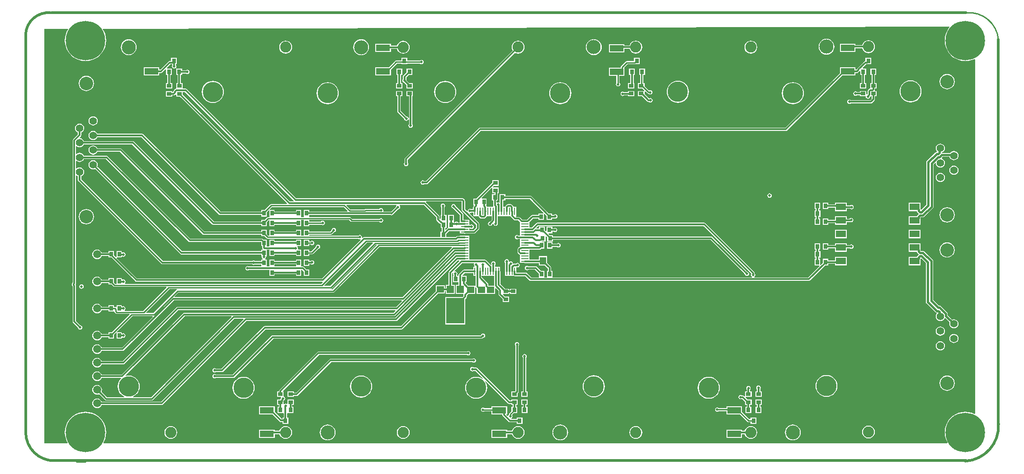
<source format=gtl>
G04*
G04 #@! TF.GenerationSoftware,Altium Limited,Altium Designer,20.2.6 (244)*
G04*
G04 Layer_Physical_Order=1*
G04 Layer_Color=255*
%FSLAX25Y25*%
%MOIN*%
G70*
G04*
G04 #@! TF.SameCoordinates,A281CC0B-DA72-4783-A236-2048B1716941*
G04*
G04*
G04 #@! TF.FilePolarity,Positive*
G04*
G01*
G75*
%ADD12C,0.01000*%
%ADD17R,0.02756X0.03543*%
%ADD18R,0.03150X0.03543*%
%ADD19R,0.03543X0.03150*%
%ADD20R,0.10236X0.04724*%
%ADD21R,0.03543X0.02756*%
%ADD22R,0.03150X0.03543*%
%ADD23R,0.05512X0.04724*%
%ADD24R,0.13228X0.19134*%
%ADD25R,0.05512X0.05472*%
%ADD26R,0.07441X0.05000*%
%ADD28R,0.01063X0.05753*%
%ADD29R,0.05753X0.01063*%
%ADD30R,0.04724X0.05512*%
%ADD41R,0.22598X0.22598*%
%ADD48C,0.08200*%
%ADD52C,0.01968*%
%ADD53C,0.01200*%
%ADD54C,0.01500*%
%ADD55C,0.15000*%
%ADD56C,0.10400*%
%ADD57C,0.10000*%
%ADD58C,0.05500*%
%ADD59C,0.29134*%
%ADD60C,0.05906*%
%ADD61R,0.05906X0.05906*%
%ADD62C,0.01987*%
G36*
X637063Y299068D02*
X636392Y298283D01*
X635144Y296247D01*
X634231Y294041D01*
X633673Y291720D01*
X633486Y289340D01*
X633673Y286960D01*
X634231Y284639D01*
X635144Y282433D01*
X636392Y280398D01*
X637942Y278582D01*
X639757Y277032D01*
X641793Y275784D01*
X643999Y274871D01*
X646320Y274313D01*
X648700Y274126D01*
X651080Y274313D01*
X653401Y274871D01*
X655300Y275657D01*
X655800Y275324D01*
Y14016D01*
X655300Y13683D01*
X653401Y14469D01*
X651080Y15026D01*
X648700Y15214D01*
X646320Y15026D01*
X643999Y14469D01*
X641793Y13556D01*
X639757Y12308D01*
X637942Y10758D01*
X636392Y8942D01*
X635144Y6907D01*
X634231Y4701D01*
X633673Y2380D01*
X633486Y0D01*
X633673Y-2380D01*
X634231Y-4701D01*
X635144Y-6907D01*
X635547Y-7564D01*
X635303Y-8000D01*
X13397D01*
X13153Y-7564D01*
X13556Y-6907D01*
X14469Y-4701D01*
X15026Y-2380D01*
X15214Y0D01*
X15026Y2380D01*
X14469Y4701D01*
X13556Y6907D01*
X12308Y8942D01*
X10758Y10758D01*
X8942Y12308D01*
X6907Y13556D01*
X4701Y14469D01*
X2380Y15026D01*
X0Y15214D01*
X-2380Y15026D01*
X-4701Y14469D01*
X-6907Y13556D01*
X-8942Y12308D01*
X-10758Y10758D01*
X-12308Y8942D01*
X-13556Y6907D01*
X-14469Y4701D01*
X-15026Y2380D01*
X-15214Y0D01*
X-15026Y-2380D01*
X-14469Y-4701D01*
X-13556Y-6907D01*
X-13153Y-7564D01*
X-13397Y-8000D01*
X-30160D01*
X-30450Y-7710D01*
Y297860D01*
X-13053Y297903D01*
X-12808Y297467D01*
X-13556Y296247D01*
X-14469Y294041D01*
X-15026Y291720D01*
X-15214Y289340D01*
X-15026Y286960D01*
X-14469Y284639D01*
X-13556Y282433D01*
X-12308Y280398D01*
X-10758Y278582D01*
X-8942Y277032D01*
X-6907Y275784D01*
X-4701Y274871D01*
X-2380Y274313D01*
X0Y274126D01*
X2380Y274313D01*
X4701Y274871D01*
X6907Y275784D01*
X8942Y277032D01*
X10758Y278582D01*
X12308Y280398D01*
X13556Y282433D01*
X14469Y284639D01*
X15026Y286960D01*
X15214Y289340D01*
X15026Y291720D01*
X14469Y294041D01*
X13556Y296247D01*
X12768Y297532D01*
X13012Y297968D01*
X636853Y299522D01*
X637063Y299068D01*
D02*
G37*
%LPC*%
G36*
X577310Y289471D02*
X576083Y289309D01*
X574940Y288835D01*
X573958Y288082D01*
X573205Y287100D01*
X572731Y285957D01*
X572730Y285953D01*
X567658D01*
Y286854D01*
X556222D01*
Y280929D01*
X567658D01*
Y283506D01*
X572730D01*
X572731Y283503D01*
X573205Y282360D01*
X573958Y281378D01*
X574940Y280625D01*
X576083Y280151D01*
X577310Y279989D01*
X578537Y280151D01*
X579680Y280625D01*
X580662Y281378D01*
X581415Y282360D01*
X581889Y283503D01*
X582051Y284730D01*
X581889Y285957D01*
X581415Y287100D01*
X580662Y288082D01*
X579680Y288835D01*
X578537Y289309D01*
X577310Y289471D01*
D02*
G37*
G36*
X405767Y289161D02*
X404540Y288999D01*
X403396Y288526D01*
X402415Y287772D01*
X401661Y286790D01*
X401188Y285647D01*
X401187Y285644D01*
X397338D01*
Y286604D01*
X385902D01*
Y280679D01*
X397338D01*
Y283196D01*
X401187D01*
X401188Y283193D01*
X401661Y282050D01*
X402415Y281068D01*
X403396Y280315D01*
X404540Y279841D01*
X405767Y279679D01*
X406994Y279841D01*
X408137Y280315D01*
X409119Y281068D01*
X409872Y282050D01*
X410346Y283193D01*
X410507Y284420D01*
X410346Y285647D01*
X409872Y286790D01*
X409119Y287772D01*
X408137Y288526D01*
X406994Y288999D01*
X405767Y289161D01*
D02*
G37*
G36*
X234223Y289071D02*
X232996Y288909D01*
X231853Y288435D01*
X230871Y287682D01*
X230118Y286700D01*
X229644Y285557D01*
X229644Y285554D01*
X225168D01*
Y286854D01*
X213732D01*
Y280929D01*
X225168D01*
Y283106D01*
X229644D01*
X229644Y283103D01*
X230118Y281960D01*
X230871Y280978D01*
X231853Y280224D01*
X232996Y279751D01*
X234223Y279589D01*
X235450Y279751D01*
X236594Y280224D01*
X237575Y280978D01*
X238329Y281960D01*
X238802Y283103D01*
X238964Y284330D01*
X238802Y285557D01*
X238329Y286700D01*
X237575Y287682D01*
X236594Y288435D01*
X235450Y288909D01*
X234223Y289071D01*
D02*
G37*
G36*
X490538Y289121D02*
X489311Y288959D01*
X488168Y288485D01*
X487186Y287732D01*
X486433Y286750D01*
X485959Y285607D01*
X485798Y284380D01*
X485959Y283153D01*
X486433Y282010D01*
X487186Y281028D01*
X488168Y280275D01*
X489311Y279801D01*
X490538Y279639D01*
X491765Y279801D01*
X492909Y280275D01*
X493890Y281028D01*
X494644Y282010D01*
X495117Y283153D01*
X495279Y284380D01*
X495117Y285607D01*
X494644Y286750D01*
X493890Y287732D01*
X492909Y288485D01*
X491765Y288959D01*
X490538Y289121D01*
D02*
G37*
G36*
X318995D02*
X317768Y288959D01*
X316625Y288485D01*
X315643Y287732D01*
X314890Y286750D01*
X314416Y285607D01*
X314254Y284380D01*
X314416Y283153D01*
X314890Y282010D01*
X314892Y282007D01*
X235485Y202600D01*
X235220Y202203D01*
X235126Y201735D01*
Y199188D01*
X234849Y198772D01*
X234725Y198150D01*
X234849Y197528D01*
X235201Y197001D01*
X235728Y196649D01*
X236350Y196525D01*
X236972Y196649D01*
X237499Y197001D01*
X237851Y197528D01*
X237975Y198150D01*
X237851Y198772D01*
X237574Y199188D01*
Y201228D01*
X316622Y280277D01*
X316625Y280275D01*
X317768Y279801D01*
X318995Y279639D01*
X320222Y279801D01*
X321365Y280275D01*
X322347Y281028D01*
X323100Y282010D01*
X323574Y283153D01*
X323735Y284380D01*
X323574Y285607D01*
X323100Y286750D01*
X322347Y287732D01*
X321365Y288485D01*
X320222Y288959D01*
X318995Y289121D01*
D02*
G37*
G36*
X147547D02*
X146320Y288959D01*
X145176Y288485D01*
X144195Y287732D01*
X143441Y286750D01*
X142968Y285607D01*
X142806Y284380D01*
X142968Y283153D01*
X143441Y282010D01*
X144195Y281028D01*
X145176Y280275D01*
X146320Y279801D01*
X147547Y279639D01*
X148774Y279801D01*
X149917Y280275D01*
X150899Y281028D01*
X151652Y282010D01*
X152126Y283153D01*
X152287Y284380D01*
X152126Y285607D01*
X151652Y286750D01*
X150899Y287732D01*
X149917Y288485D01*
X148774Y288959D01*
X147547Y289121D01*
D02*
G37*
G36*
X546310Y290558D02*
X545173Y290446D01*
X544080Y290114D01*
X543072Y289576D01*
X542189Y288851D01*
X541464Y287968D01*
X540926Y286960D01*
X540594Y285867D01*
X540482Y284730D01*
X540594Y283593D01*
X540926Y282500D01*
X541464Y281492D01*
X542189Y280609D01*
X543072Y279884D01*
X544080Y279346D01*
X545173Y279014D01*
X546310Y278902D01*
X547447Y279014D01*
X548540Y279346D01*
X549548Y279884D01*
X550431Y280609D01*
X551156Y281492D01*
X551694Y282500D01*
X552026Y283593D01*
X552138Y284730D01*
X552026Y285867D01*
X551694Y286960D01*
X551156Y287968D01*
X550431Y288851D01*
X549548Y289576D01*
X548540Y290114D01*
X547447Y290446D01*
X546310Y290558D01*
D02*
G37*
G36*
X374767Y290248D02*
X373630Y290136D01*
X372536Y289804D01*
X371529Y289266D01*
X370646Y288541D01*
X369921Y287658D01*
X369382Y286650D01*
X369051Y285557D01*
X368939Y284420D01*
X369051Y283283D01*
X369382Y282190D01*
X369921Y281182D01*
X370646Y280299D01*
X371529Y279574D01*
X372536Y279036D01*
X373630Y278704D01*
X374767Y278592D01*
X375904Y278704D01*
X376997Y279036D01*
X378005Y279574D01*
X378888Y280299D01*
X379612Y281182D01*
X380151Y282190D01*
X380483Y283283D01*
X380595Y284420D01*
X380483Y285557D01*
X380151Y286650D01*
X379612Y287658D01*
X378888Y288541D01*
X378005Y289266D01*
X376997Y289804D01*
X375904Y290136D01*
X374767Y290248D01*
D02*
G37*
G36*
X203223Y290158D02*
X202086Y290046D01*
X200993Y289714D01*
X199985Y289176D01*
X199102Y288451D01*
X198378Y287568D01*
X197839Y286560D01*
X197507Y285467D01*
X197395Y284330D01*
X197507Y283193D01*
X197839Y282100D01*
X198378Y281092D01*
X199102Y280209D01*
X199985Y279484D01*
X200993Y278946D01*
X202086Y278614D01*
X203223Y278502D01*
X204360Y278614D01*
X205454Y278946D01*
X206461Y279484D01*
X207344Y280209D01*
X208069Y281092D01*
X208608Y282100D01*
X208939Y283193D01*
X209051Y284330D01*
X208939Y285467D01*
X208608Y286560D01*
X208069Y287568D01*
X207344Y288451D01*
X206461Y289176D01*
X205454Y289714D01*
X204360Y290046D01*
X203223Y290158D01*
D02*
G37*
G36*
X31870D02*
X30733Y290046D01*
X29640Y289714D01*
X28632Y289176D01*
X27749Y288451D01*
X27024Y287568D01*
X26486Y286560D01*
X26154Y285467D01*
X26042Y284330D01*
X26154Y283193D01*
X26486Y282100D01*
X27024Y281092D01*
X27749Y280209D01*
X28632Y279484D01*
X29640Y278946D01*
X30733Y278614D01*
X31870Y278502D01*
X33007Y278614D01*
X34100Y278946D01*
X35108Y279484D01*
X35991Y280209D01*
X36716Y281092D01*
X37254Y282100D01*
X37586Y283193D01*
X37698Y284330D01*
X37586Y285467D01*
X37254Y286560D01*
X36716Y287568D01*
X35991Y288451D01*
X35108Y289176D01*
X34100Y289714D01*
X33007Y290046D01*
X31870Y290158D01*
D02*
G37*
G36*
X237238Y276579D02*
X232888D01*
Y274512D01*
X229027D01*
X229027Y274512D01*
X228598Y274426D01*
X228234Y274183D01*
X223582Y269531D01*
X213732D01*
Y263606D01*
X225168D01*
Y267945D01*
X229492Y272268D01*
X232888D01*
Y271835D01*
X237238D01*
Y272268D01*
X246563D01*
X246581Y272241D01*
X247108Y271889D01*
X247730Y271765D01*
X248352Y271889D01*
X248879Y272241D01*
X249231Y272768D01*
X249355Y273390D01*
X249231Y274012D01*
X248879Y274539D01*
X248352Y274891D01*
X247730Y275015D01*
X247108Y274891D01*
X246581Y274539D01*
X246563Y274512D01*
X237238D01*
Y276579D01*
D02*
G37*
G36*
X408785Y276466D02*
X404435D01*
Y274057D01*
X399067D01*
X398638Y273972D01*
X398274Y273728D01*
X398274Y273728D01*
X394933Y270388D01*
X394690Y270024D01*
X394605Y269595D01*
X394259Y269281D01*
X385902D01*
Y263356D01*
X391408D01*
Y258054D01*
X391126Y257631D01*
X391003Y257010D01*
X391126Y256388D01*
X391478Y255861D01*
X392006Y255508D01*
X392628Y255385D01*
X393249Y255508D01*
X393776Y255861D01*
X394129Y256388D01*
X394252Y257010D01*
X394129Y257631D01*
X393776Y258159D01*
X393652Y258242D01*
Y263356D01*
X397338D01*
Y269281D01*
X397338Y269281D01*
X397338D01*
X397463Y269746D01*
X399531Y271814D01*
X404435D01*
Y271722D01*
X408785D01*
Y276466D01*
D02*
G37*
G36*
X579325Y276579D02*
X574975D01*
Y274240D01*
X574601Y274166D01*
X574203Y273901D01*
X569233Y268930D01*
X568968Y268533D01*
X568937Y268377D01*
X568351Y267792D01*
X567658D01*
Y269531D01*
X556222D01*
Y265337D01*
X515822Y224937D01*
X290886D01*
X290418Y224844D01*
X290021Y224579D01*
X251126Y185684D01*
X249677D01*
X249262Y185961D01*
X248640Y186085D01*
X248018Y185961D01*
X247491Y185609D01*
X247139Y185082D01*
X247015Y184460D01*
X247139Y183838D01*
X247491Y183311D01*
X248018Y182959D01*
X248640Y182835D01*
X249262Y182959D01*
X249677Y183237D01*
X251632D01*
X252100Y183330D01*
X252498Y183595D01*
X291393Y222490D01*
X516329D01*
X516797Y222583D01*
X517194Y222848D01*
X557952Y263606D01*
X567658D01*
Y265345D01*
X568858D01*
X569326Y265438D01*
X569723Y265703D01*
X570735Y266715D01*
X571235Y266508D01*
Y263961D01*
X572186D01*
Y257930D01*
X571038D01*
Y253974D01*
X575781D01*
Y257930D01*
X574633D01*
Y263961D01*
X575585D01*
Y268705D01*
X573122D01*
X572930Y269167D01*
X575575Y271812D01*
X576175D01*
X576293Y271835D01*
X579325D01*
Y276579D01*
D02*
G37*
G36*
X67415D02*
X63065D01*
Y274259D01*
X62115D01*
X61647Y274166D01*
X61250Y273901D01*
X55141Y267792D01*
X54448D01*
Y269531D01*
X43012D01*
Y263606D01*
X54448D01*
Y265345D01*
X55648D01*
X56116Y265438D01*
X56513Y265704D01*
X58863Y268053D01*
X59325Y267862D01*
Y263961D01*
X60276D01*
Y257881D01*
X59128D01*
Y253925D01*
X63872D01*
Y257881D01*
X62723D01*
Y263961D01*
X63675D01*
Y268705D01*
X60168D01*
X59976Y269167D01*
X62622Y271812D01*
X64016D01*
Y271098D01*
X63859Y270862D01*
X63735Y270240D01*
X63859Y269618D01*
X64211Y269091D01*
X64738Y268739D01*
X65360Y268615D01*
X65982Y268739D01*
X66376Y269002D01*
X66745Y268761D01*
X66768Y268740D01*
X66805Y268280D01*
X66805Y268215D01*
X66805Y268212D01*
X66805Y268205D01*
Y263961D01*
X67855D01*
Y257881D01*
X66805D01*
Y254288D01*
X66805Y254017D01*
X66440Y253706D01*
X66406Y253683D01*
X66043Y253440D01*
X65125Y252522D01*
X64859Y252125D01*
X64766Y251657D01*
Y251422D01*
X64565Y251221D01*
X63872D01*
Y251975D01*
X59128D01*
Y248019D01*
X63872D01*
Y248774D01*
X65071D01*
X65540Y248867D01*
X65937Y249132D01*
X66343Y249539D01*
X66805Y249347D01*
Y248019D01*
X69560D01*
X148506Y169073D01*
X148315Y168612D01*
X136937D01*
X136937Y168612D01*
X136508Y168526D01*
X136144Y168283D01*
X136144Y168283D01*
X131949Y164088D01*
X129579D01*
Y162940D01*
X99671D01*
X42548Y220063D01*
X42151Y220328D01*
X41683Y220421D01*
X8750D01*
X8557Y220887D01*
X8020Y221587D01*
X7320Y222124D01*
X6505Y222461D01*
X5631Y222576D01*
X4756Y222461D01*
X3941Y222124D01*
X3241Y221587D01*
X2705Y220887D01*
X2367Y220072D01*
X2252Y219197D01*
X2367Y218323D01*
X2705Y217508D01*
X3241Y216808D01*
X3941Y216271D01*
X4756Y215934D01*
X5631Y215819D01*
X6505Y215934D01*
X7320Y216271D01*
X8020Y216808D01*
X8557Y217508D01*
X8750Y217974D01*
X41176D01*
X98299Y160851D01*
X98696Y160586D01*
X99164Y160493D01*
X129579D01*
Y159345D01*
X133535D01*
Y162502D01*
X134985Y163951D01*
X135485Y163744D01*
X135485Y163730D01*
Y159492D01*
X135485Y159345D01*
X135131Y158992D01*
X134603D01*
X134603Y158992D01*
X134174Y158906D01*
X133810Y158663D01*
X131949Y156802D01*
X129579D01*
Y155654D01*
X94817D01*
X35801Y214669D01*
X35405Y214934D01*
X34936Y215027D01*
X-1250D01*
X-1443Y215493D01*
X-1980Y216193D01*
X-2680Y216730D01*
X-3495Y217068D01*
X-4166Y217156D01*
X-4368Y217661D01*
X-3504Y218525D01*
X-3239Y218922D01*
X-3146Y219390D01*
Y221472D01*
X-2680Y221665D01*
X-1980Y222202D01*
X-1443Y222902D01*
X-1106Y223717D01*
X-990Y224591D01*
X-1106Y225466D01*
X-1443Y226281D01*
X-1980Y226980D01*
X-2680Y227517D01*
X-3495Y227855D01*
X-4369Y227970D01*
X-5244Y227855D01*
X-6059Y227517D01*
X-6758Y226980D01*
X-7295Y226281D01*
X-7633Y225466D01*
X-7748Y224591D01*
X-7633Y223717D01*
X-7295Y222902D01*
X-6758Y222202D01*
X-6059Y221665D01*
X-5593Y221472D01*
Y219897D01*
X-9184Y216305D01*
X-9450Y215908D01*
X-9543Y215440D01*
Y110491D01*
X-9565Y110469D01*
X-9830Y110072D01*
X-9923Y109604D01*
Y108609D01*
X-9830Y108141D01*
X-9565Y107744D01*
X-9543Y107722D01*
Y81769D01*
X-9450Y81301D01*
X-9184Y80904D01*
X-5629Y77349D01*
X-5531Y76858D01*
X-5179Y76331D01*
X-4652Y75979D01*
X-4030Y75855D01*
X-3408Y75979D01*
X-2881Y76331D01*
X-2529Y76858D01*
X-2405Y77480D01*
X-2529Y78102D01*
X-2881Y78629D01*
X-3408Y78981D01*
X-3898Y79079D01*
X-7096Y82276D01*
Y108229D01*
X-7189Y108697D01*
X-7454Y109094D01*
X-7466Y109107D01*
X-7454Y109119D01*
X-7189Y109516D01*
X-7096Y109984D01*
Y189500D01*
X-6596Y189715D01*
X-6059Y189303D01*
X-5593Y189110D01*
Y186369D01*
X-5500Y185901D01*
X-5234Y185504D01*
X55849Y124421D01*
X56246Y124155D01*
X56714Y124062D01*
X122904D01*
X123388Y123739D01*
X124010Y123615D01*
X124632Y123739D01*
X125048Y124016D01*
X129579D01*
Y122924D01*
X129579Y122914D01*
X129557Y122424D01*
X120467D01*
X120052Y122701D01*
X119430Y122825D01*
X118808Y122701D01*
X118281Y122349D01*
X117929Y121822D01*
X117805Y121200D01*
X117929Y120578D01*
X118281Y120051D01*
X118808Y119699D01*
X119430Y119575D01*
X120052Y119699D01*
X120467Y119976D01*
X135485D01*
Y115628D01*
X139441D01*
Y116776D01*
X155124D01*
Y115628D01*
X159080D01*
Y119976D01*
X159694D01*
X161030Y118641D01*
Y115628D01*
X164985D01*
Y120371D01*
X162760D01*
X161066Y122065D01*
X160669Y122330D01*
X160201Y122424D01*
X159102D01*
X159080Y122914D01*
X159080Y122924D01*
Y127657D01*
X155124D01*
Y126509D01*
X139441D01*
Y127657D01*
X135485D01*
Y122924D01*
X135485Y122914D01*
X135462Y122424D01*
X133558D01*
X133535Y122914D01*
X133535Y122924D01*
Y127657D01*
X132476D01*
X132324Y128157D01*
X132629Y128361D01*
X132981Y128888D01*
X133105Y129510D01*
X133067Y129700D01*
X133477Y130200D01*
X133535D01*
Y134747D01*
X135485D01*
Y130200D01*
X139441D01*
Y131348D01*
X155124D01*
Y130200D01*
X159080D01*
Y134943D01*
X156816D01*
X156550Y135443D01*
X156655Y135970D01*
X156531Y136592D01*
X156268Y136986D01*
X156437Y137424D01*
X156489Y137486D01*
X159080D01*
Y142230D01*
X155124D01*
Y141082D01*
X139441D01*
Y142230D01*
X135485D01*
Y137486D01*
X135106Y137194D01*
X133914D01*
X133535Y137486D01*
Y142230D01*
X131310D01*
X130954Y142586D01*
X130557Y142851D01*
X130088Y142944D01*
X77326D01*
X16389Y203881D01*
X15992Y204147D01*
X15524Y204240D01*
X-1250D01*
X-1443Y204706D01*
X-1980Y205405D01*
X-2680Y205943D01*
X-3495Y206280D01*
X-4369Y206395D01*
X-5244Y206280D01*
X-6059Y205943D01*
X-6596Y205530D01*
X-7096Y205745D01*
Y211075D01*
X-6596Y211290D01*
X-6059Y210877D01*
X-5244Y210540D01*
X-4369Y210425D01*
X-3495Y210540D01*
X-2680Y210877D01*
X-1980Y211414D01*
X-1443Y212114D01*
X-1250Y212580D01*
X34429D01*
X93445Y153565D01*
X93842Y153300D01*
X94310Y153207D01*
X129579D01*
Y152058D01*
X133535D01*
Y155216D01*
X134985Y156665D01*
X135485Y156548D01*
Y152058D01*
X139441D01*
Y153207D01*
X155124D01*
Y152058D01*
X159080D01*
Y156748D01*
X161030D01*
Y152058D01*
X164985D01*
Y153309D01*
X173994D01*
X174308Y153099D01*
X174930Y152975D01*
X175552Y153099D01*
X176079Y153451D01*
X176431Y153978D01*
X176555Y154600D01*
X176431Y155222D01*
X176079Y155749D01*
X175552Y156101D01*
X174930Y156225D01*
X174308Y156101D01*
X173781Y155749D01*
X173649Y155552D01*
X164985D01*
Y156748D01*
X194395D01*
X195407Y155737D01*
X195407Y155737D01*
X195771Y155494D01*
X196200Y155408D01*
X196200Y155408D01*
X216763D01*
X216781Y155381D01*
X217308Y155029D01*
X217930Y154905D01*
X218552Y155029D01*
X219079Y155381D01*
X219431Y155908D01*
X219555Y156530D01*
X219431Y157152D01*
X219079Y157679D01*
X218552Y158031D01*
X217930Y158155D01*
X217308Y158031D01*
X216781Y157679D01*
X216763Y157651D01*
X196665D01*
X195653Y158663D01*
X195289Y158906D01*
X194860Y158992D01*
X194860Y158992D01*
X165339D01*
X164985Y159345D01*
X164985Y159492D01*
Y160493D01*
X225252D01*
X225302Y160460D01*
X225770Y160366D01*
X226238Y160460D01*
X226635Y160725D01*
X230546Y164636D01*
X231036Y164733D01*
X231564Y165086D01*
X231916Y165613D01*
X232039Y166235D01*
X231916Y166856D01*
X231564Y167384D01*
X231440Y167466D01*
X231591Y167966D01*
X249496D01*
X258607Y158856D01*
Y157231D01*
X258700Y156762D01*
X258965Y156365D01*
X261057Y154273D01*
X261454Y154008D01*
X261799Y153939D01*
Y150998D01*
X262681D01*
Y148352D01*
X261659D01*
Y144175D01*
X205372D01*
X204904Y144082D01*
X204507Y143817D01*
X204299Y143609D01*
X203838Y143855D01*
X203895Y144140D01*
X203771Y144762D01*
X203419Y145289D01*
X202892Y145641D01*
X202270Y145765D01*
X201648Y145641D01*
X201121Y145289D01*
X201103Y145262D01*
X164985D01*
Y146022D01*
X180890D01*
X180890Y146022D01*
X181319Y146108D01*
X181683Y146351D01*
X183036Y147704D01*
X183068Y147698D01*
X183690Y147821D01*
X184217Y148174D01*
X184570Y148701D01*
X184693Y149323D01*
X184570Y149945D01*
X184217Y150472D01*
X183690Y150824D01*
X183068Y150948D01*
X182447Y150824D01*
X181919Y150472D01*
X181567Y149945D01*
X181443Y149323D01*
X181450Y149290D01*
X180425Y148266D01*
X164985D01*
Y149516D01*
X161030D01*
Y145262D01*
X159080D01*
Y149516D01*
X155124D01*
Y148368D01*
X139441D01*
Y149516D01*
X135485D01*
Y145262D01*
X134632D01*
X133535Y146359D01*
Y149516D01*
X129579D01*
Y148368D01*
X87663D01*
X26755Y209275D01*
X26358Y209540D01*
X25890Y209633D01*
X8750D01*
X8557Y210100D01*
X8020Y210799D01*
X7320Y211336D01*
X6505Y211674D01*
X5631Y211789D01*
X4756Y211674D01*
X3941Y211336D01*
X3241Y210799D01*
X2705Y210100D01*
X2367Y209284D01*
X2252Y208410D01*
X2367Y207536D01*
X2705Y206720D01*
X3241Y206021D01*
X3941Y205484D01*
X4756Y205146D01*
X5631Y205031D01*
X6505Y205146D01*
X7320Y205484D01*
X8020Y206021D01*
X8557Y206720D01*
X8750Y207187D01*
X25383D01*
X86291Y146279D01*
X86688Y146014D01*
X87156Y145921D01*
X129579D01*
Y144772D01*
X131949D01*
X133375Y143347D01*
X133375Y143347D01*
X133738Y143104D01*
X134168Y143018D01*
X201103D01*
X201121Y142991D01*
X201648Y142639D01*
X202270Y142515D01*
X202555Y142572D01*
X202801Y142111D01*
X174334Y113644D01*
X38008D01*
X23106Y128546D01*
X23313Y129046D01*
X26781D01*
Y129512D01*
X27158Y129713D01*
X27281Y129728D01*
X27860Y129613D01*
X28482Y129737D01*
X29009Y130089D01*
X29361Y130616D01*
X29485Y131238D01*
X29361Y131860D01*
X29009Y132387D01*
X28482Y132739D01*
X27860Y132863D01*
X27281Y132747D01*
X27213Y132756D01*
X26781Y133035D01*
Y133789D01*
X22825D01*
Y129533D01*
X22325Y129326D01*
X20875Y130776D01*
Y133789D01*
X16919D01*
Y132641D01*
X11917D01*
X11682Y133209D01*
X11112Y133951D01*
X10370Y134521D01*
X9506Y134879D01*
X8579Y135001D01*
X7651Y134879D01*
X6787Y134521D01*
X6045Y133951D01*
X5475Y133209D01*
X5117Y132345D01*
X4995Y131417D01*
X5117Y130490D01*
X5475Y129625D01*
X6045Y128883D01*
X6787Y128314D01*
X7651Y127956D01*
X8579Y127834D01*
X9506Y127956D01*
X10370Y128314D01*
X11112Y128883D01*
X11682Y129625D01*
X11917Y130194D01*
X16919D01*
Y129046D01*
X19145D01*
X36636Y111555D01*
X37033Y111290D01*
X37501Y111196D01*
X174703D01*
X174899Y110853D01*
X174923Y110709D01*
X173881Y109667D01*
X29144D01*
X28992Y110167D01*
X29009Y110178D01*
X29361Y110706D01*
X29485Y111328D01*
X29361Y111949D01*
X29009Y112477D01*
X28482Y112829D01*
X27860Y112952D01*
X27281Y112837D01*
X27213Y112845D01*
X26781Y113124D01*
Y113789D01*
X22825D01*
Y109667D01*
X21840D01*
X20875Y110632D01*
Y113789D01*
X16919D01*
Y112641D01*
X11917D01*
X11682Y113209D01*
X11112Y113951D01*
X10370Y114521D01*
X9506Y114879D01*
X8579Y115001D01*
X7651Y114879D01*
X6787Y114521D01*
X6045Y113951D01*
X5475Y113209D01*
X5117Y112345D01*
X4995Y111417D01*
X5117Y110490D01*
X5475Y109625D01*
X6045Y108883D01*
X6787Y108314D01*
X7651Y107956D01*
X8579Y107834D01*
X9506Y107956D01*
X10370Y108314D01*
X11112Y108883D01*
X11682Y109625D01*
X11917Y110194D01*
X16919D01*
Y109046D01*
X19289D01*
X20582Y107753D01*
X20582Y107753D01*
X20946Y107509D01*
X21375Y107424D01*
X59561D01*
X59753Y106962D01*
X42458Y89667D01*
X29009D01*
X28858Y90167D01*
X29009Y90268D01*
X29361Y90795D01*
X29485Y91417D01*
X29361Y92039D01*
X29009Y92566D01*
X28482Y92918D01*
X27860Y93042D01*
X27281Y92927D01*
X27213Y92935D01*
X26781Y93214D01*
Y93789D01*
X22825D01*
Y92604D01*
X22325Y92349D01*
X22168Y92453D01*
X21739Y92539D01*
X21739Y92539D01*
X20875D01*
Y93789D01*
X16919D01*
Y92641D01*
X11917D01*
X11682Y93209D01*
X11112Y93951D01*
X10370Y94521D01*
X9506Y94879D01*
X8579Y95001D01*
X7651Y94879D01*
X6787Y94521D01*
X6045Y93951D01*
X5475Y93209D01*
X5117Y92345D01*
X4995Y91417D01*
X5117Y90490D01*
X5475Y89626D01*
X6045Y88883D01*
X6787Y88314D01*
X7651Y87956D01*
X8579Y87834D01*
X9506Y87956D01*
X10370Y88314D01*
X11112Y88883D01*
X11682Y89626D01*
X11917Y90194D01*
X16919D01*
Y89046D01*
X20761D01*
X20875Y89046D01*
X21278Y88812D01*
X21289Y88761D01*
X21532Y88397D01*
X22176Y87753D01*
X22176Y87752D01*
X22540Y87509D01*
X22969Y87424D01*
X22969Y87424D01*
X32271D01*
X32462Y86962D01*
X19289Y73789D01*
X16919D01*
Y72641D01*
X11917D01*
X11682Y73209D01*
X11112Y73951D01*
X10370Y74521D01*
X9506Y74879D01*
X8579Y75001D01*
X7651Y74879D01*
X6787Y74521D01*
X6045Y73951D01*
X5475Y73209D01*
X5117Y72345D01*
X4995Y71417D01*
X5117Y70490D01*
X5475Y69626D01*
X6045Y68883D01*
X6787Y68314D01*
X7651Y67956D01*
X8579Y67834D01*
X9506Y67956D01*
X10370Y68314D01*
X11112Y68883D01*
X11682Y69626D01*
X11917Y70194D01*
X16919D01*
Y69046D01*
X20875D01*
Y72203D01*
X22325Y73652D01*
X22825Y73445D01*
Y69046D01*
X26781D01*
Y69645D01*
X27275Y69916D01*
X27897Y69792D01*
X28519Y69916D01*
X29046Y70268D01*
X29399Y70795D01*
X29522Y71417D01*
X29399Y72039D01*
X29046Y72566D01*
X28519Y72918D01*
X27897Y73042D01*
X27275Y72918D01*
X26781Y73189D01*
Y73789D01*
X23168D01*
X22961Y74289D01*
X34496Y85824D01*
X49380D01*
X49572Y85362D01*
X26851Y62641D01*
X11917D01*
X11682Y63209D01*
X11112Y63951D01*
X10370Y64521D01*
X9506Y64879D01*
X8579Y65001D01*
X7651Y64879D01*
X6787Y64521D01*
X6045Y63951D01*
X5475Y63209D01*
X5117Y62345D01*
X4995Y61417D01*
X5117Y60490D01*
X5475Y59626D01*
X6045Y58883D01*
X6787Y58314D01*
X7651Y57956D01*
X8579Y57834D01*
X9506Y57956D01*
X10370Y58314D01*
X11112Y58883D01*
X11682Y59626D01*
X11917Y60194D01*
X27357D01*
X27825Y60287D01*
X28222Y60552D01*
X65121Y97451D01*
X233086D01*
X233277Y96989D01*
X228952Y92664D01*
X67920D01*
X67452Y92570D01*
X67055Y92305D01*
X27391Y52641D01*
X11917D01*
X11682Y53209D01*
X11112Y53951D01*
X10370Y54521D01*
X9506Y54879D01*
X8579Y55001D01*
X7651Y54879D01*
X6787Y54521D01*
X6045Y53951D01*
X5475Y53209D01*
X5117Y52345D01*
X4995Y51417D01*
X5117Y50490D01*
X5475Y49626D01*
X6045Y48883D01*
X6787Y48314D01*
X7651Y47956D01*
X8579Y47834D01*
X9506Y47956D01*
X10370Y48314D01*
X11112Y48883D01*
X11682Y49626D01*
X11917Y50194D01*
X27897D01*
X28365Y50287D01*
X28762Y50552D01*
X68427Y90216D01*
X228397D01*
X228588Y89754D01*
X227077Y88244D01*
X72666D01*
X72198Y88150D01*
X71801Y87885D01*
X26557Y42641D01*
X11917D01*
X11682Y43209D01*
X11112Y43951D01*
X10370Y44521D01*
X9506Y44879D01*
X8579Y45001D01*
X7651Y44879D01*
X6787Y44521D01*
X6045Y43951D01*
X5475Y43209D01*
X5117Y42345D01*
X4995Y41417D01*
X5117Y40490D01*
X5475Y39625D01*
X6045Y38883D01*
X6787Y38314D01*
X7651Y37956D01*
X8579Y37834D01*
X9506Y37956D01*
X10370Y38314D01*
X11112Y38883D01*
X11682Y39625D01*
X11917Y40194D01*
X26114D01*
X26283Y39723D01*
X26115Y39585D01*
X25102Y38352D01*
X24350Y36945D01*
X23887Y35418D01*
X23731Y33830D01*
X23887Y32242D01*
X24350Y30715D01*
X25102Y29308D01*
X26115Y28075D01*
X27348Y27062D01*
X28656Y26364D01*
X28580Y25864D01*
X15863D01*
X11804Y29922D01*
X12040Y30490D01*
X12162Y31417D01*
X12040Y32345D01*
X11682Y33209D01*
X11112Y33951D01*
X10370Y34521D01*
X9506Y34879D01*
X8579Y35001D01*
X7651Y34879D01*
X6787Y34521D01*
X6045Y33951D01*
X5475Y33209D01*
X5117Y32345D01*
X4995Y31417D01*
X5117Y30490D01*
X5475Y29625D01*
X6045Y28883D01*
X6787Y28314D01*
X7651Y27956D01*
X8579Y27834D01*
X9506Y27956D01*
X10074Y28191D01*
X14491Y23775D01*
X14887Y23510D01*
X15356Y23416D01*
X48800D01*
X49268Y23510D01*
X49665Y23775D01*
X109887Y83996D01*
X116380D01*
X116571Y83535D01*
X55678Y22641D01*
X11917D01*
X11682Y23209D01*
X11112Y23951D01*
X10370Y24521D01*
X9506Y24879D01*
X8579Y25001D01*
X7651Y24879D01*
X6787Y24521D01*
X6045Y23951D01*
X5475Y23209D01*
X5117Y22345D01*
X4995Y21417D01*
X5117Y20490D01*
X5475Y19626D01*
X6045Y18883D01*
X6787Y18314D01*
X7651Y17956D01*
X8579Y17834D01*
X9506Y17956D01*
X10370Y18314D01*
X11112Y18883D01*
X11682Y19626D01*
X11917Y20194D01*
X56185D01*
X56653Y20287D01*
X57050Y20552D01*
X118694Y82196D01*
X229075D01*
X229544Y82290D01*
X229941Y82555D01*
X261889Y114504D01*
X261889Y114504D01*
X264392Y117007D01*
X274303Y126917D01*
X275568D01*
X275775Y126417D01*
X268103Y118745D01*
X267837Y118348D01*
X267744Y117879D01*
Y108725D01*
X265612D01*
Y106612D01*
X265056D01*
Y108475D01*
X258344D01*
Y104281D01*
X232486Y78424D01*
X132120D01*
X131652Y78330D01*
X131255Y78065D01*
X100173Y46984D01*
X96178D01*
X95762Y47261D01*
X95140Y47385D01*
X94518Y47261D01*
X93991Y46909D01*
X93639Y46382D01*
X93515Y45760D01*
X93639Y45138D01*
X93991Y44611D01*
X94518Y44259D01*
X95140Y44135D01*
X95762Y44259D01*
X96178Y44537D01*
X100680D01*
X101148Y44630D01*
X101545Y44895D01*
X132627Y75977D01*
X232993D01*
X233461Y76070D01*
X233858Y76335D01*
X260074Y102551D01*
X265056D01*
Y104165D01*
X265612D01*
Y102053D01*
X272323D01*
Y108725D01*
X270191D01*
Y117373D01*
X270559Y117740D01*
X271019Y117494D01*
X270957Y117180D01*
X271081Y116558D01*
X271358Y116142D01*
Y115502D01*
X271047D01*
Y110758D01*
X274988D01*
Y108725D01*
X272856D01*
Y102053D01*
X278455D01*
X278772Y101666D01*
X278761Y101608D01*
Y100566D01*
X278074Y99879D01*
X265375D01*
Y79545D01*
X279804D01*
Y98148D01*
X280849Y99194D01*
X281115Y99591D01*
X281208Y100059D01*
Y101102D01*
X282314Y102208D01*
X287296D01*
Y106781D01*
X287394Y106861D01*
X288022Y106820D01*
X288440Y106402D01*
Y102208D01*
X295152D01*
X295152Y102208D01*
X295374D01*
Y102208D01*
X295652Y102208D01*
X302086D01*
Y106246D01*
X302548Y106438D01*
X304475Y104510D01*
Y101949D01*
X304568Y101481D01*
X304834Y101084D01*
X307530Y98387D01*
Y96161D01*
X312274D01*
Y100117D01*
X309261D01*
X307811Y101567D01*
X308018Y102067D01*
X312274D01*
Y102821D01*
X313020D01*
Y102067D01*
X317764D01*
Y106023D01*
X313020D01*
Y105268D01*
X312274D01*
Y106023D01*
X309261D01*
X305859Y109424D01*
Y118859D01*
X305767Y119322D01*
Y122335D01*
X301922D01*
Y123602D01*
X302200Y124018D01*
X302323Y124640D01*
X302200Y125262D01*
X301847Y125789D01*
X301320Y126141D01*
X300698Y126265D01*
X300077Y126141D01*
X299549Y125789D01*
X299197Y125262D01*
X299073Y124640D01*
X299197Y124018D01*
X299303Y123860D01*
X298915Y123541D01*
X295350Y127106D01*
X294953Y127371D01*
X294484Y127464D01*
X283013D01*
Y132983D01*
Y136920D01*
Y140857D01*
Y145089D01*
X279999D01*
X279537Y145181D01*
X279074Y145089D01*
X276061D01*
Y145018D01*
X274234D01*
X273766Y144925D01*
X273369Y144660D01*
X272884Y144175D01*
X266009D01*
Y146424D01*
X268224Y148639D01*
X276061D01*
Y146763D01*
X279074D01*
X279537Y146671D01*
X279881Y146739D01*
X286544D01*
X287012Y146833D01*
X287409Y147098D01*
X290049Y149737D01*
X290314Y150134D01*
X290407Y150602D01*
Y153718D01*
X290314Y154186D01*
X290049Y154583D01*
X283203Y161428D01*
X283382Y161814D01*
X283440Y161899D01*
X284042Y162019D01*
X284457Y162296D01*
X285787D01*
Y159674D01*
X289724D01*
Y159674D01*
X289890D01*
X289962Y159309D01*
X290228Y158912D01*
X290931Y158209D01*
X291328Y157943D01*
X291796Y157850D01*
X293853D01*
X294321Y157943D01*
X294718Y158209D01*
X295589Y159080D01*
X295855Y159477D01*
X295894Y159674D01*
X299475D01*
Y156895D01*
X298208Y155629D01*
X297718Y155531D01*
X297191Y155179D01*
X296839Y154652D01*
X296715Y154030D01*
X296839Y153408D01*
X297191Y152881D01*
X297718Y152529D01*
X298340Y152405D01*
X298962Y152529D01*
X299489Y152881D01*
X299841Y153408D01*
X299934Y153875D01*
X300290Y154125D01*
X300746Y153925D01*
X300849Y153408D01*
X301201Y152881D01*
X301728Y152529D01*
X302350Y152405D01*
X302972Y152529D01*
X303499Y152881D01*
X303851Y153408D01*
X303975Y154030D01*
X303880Y154508D01*
X303890Y154560D01*
Y159674D01*
X313377D01*
X313416Y159477D01*
X313681Y159080D01*
X315820Y156942D01*
X316217Y156676D01*
X316685Y156583D01*
X319075D01*
X320352Y155307D01*
Y152963D01*
X320352D01*
Y148731D01*
Y145181D01*
X319351D01*
X319269Y145303D01*
X318742Y145655D01*
X318120Y145779D01*
X317498Y145655D01*
X316971Y145303D01*
X316619Y144776D01*
X316495Y144154D01*
X316619Y143532D01*
X316971Y143005D01*
X317498Y142653D01*
X318120Y142529D01*
X318742Y142653D01*
X318863Y142734D01*
X320352D01*
Y139183D01*
X320352D01*
Y137049D01*
X319987Y136977D01*
X319590Y136712D01*
X318887Y136009D01*
X318621Y135612D01*
X318528Y135143D01*
Y133086D01*
X318621Y132618D01*
X318887Y132221D01*
X319758Y131350D01*
X320155Y131085D01*
X320352Y131045D01*
Y129046D01*
X320352D01*
Y125109D01*
X323366D01*
X323828Y125017D01*
X334299D01*
Y123334D01*
X338493D01*
X340959Y120868D01*
Y119362D01*
X340205D01*
Y114823D01*
X340205Y114618D01*
X339827Y114323D01*
X338633D01*
X338255Y114618D01*
X338255Y114823D01*
Y119362D01*
X335636D01*
X332822Y122175D01*
X332425Y122440D01*
X331957Y122534D01*
X326557D01*
X326142Y122811D01*
X325520Y122935D01*
X324898Y122811D01*
X324371Y122459D01*
X324019Y121932D01*
X323895Y121310D01*
X324019Y120688D01*
X324371Y120161D01*
X324898Y119809D01*
X325520Y119685D01*
X326142Y119809D01*
X326557Y120087D01*
X331451D01*
X334240Y117297D01*
X334299Y117257D01*
Y114823D01*
X334299Y114618D01*
X333921Y114323D01*
X328743D01*
X325618Y117448D01*
X325221Y117713D01*
X324753Y117806D01*
X317670D01*
Y118859D01*
X317578Y119322D01*
Y121622D01*
X317661Y121717D01*
X318078Y121969D01*
X318530Y121879D01*
X319151Y122002D01*
X319679Y122355D01*
X320031Y122882D01*
X320155Y123504D01*
X320031Y124126D01*
X319679Y124653D01*
X319151Y125005D01*
X318530Y125129D01*
X317908Y125005D01*
X317381Y124653D01*
X317330Y124576D01*
X315835D01*
X315613Y124532D01*
X315279Y124606D01*
X315075Y124890D01*
X315001Y125262D01*
X314649Y125789D01*
X314122Y126141D01*
X313500Y126265D01*
X312878Y126141D01*
X312701Y126023D01*
X312452Y126139D01*
X312222Y126304D01*
X312111Y126863D01*
X311758Y127390D01*
X311231Y127742D01*
X310609Y127866D01*
X309987Y127742D01*
X309460Y127390D01*
X309108Y126863D01*
X308984Y126241D01*
X309108Y125619D01*
X309317Y125306D01*
Y118859D01*
X309409Y118396D01*
Y115383D01*
X316397D01*
X316515Y115359D01*
X324246D01*
X327371Y112235D01*
X327767Y111970D01*
X328236Y111876D01*
X533314D01*
X533782Y111970D01*
X534179Y112235D01*
X545245Y123301D01*
X547471D01*
Y124428D01*
X552668D01*
Y123280D01*
X561309D01*
Y129480D01*
X552668D01*
Y126875D01*
X547471D01*
Y128044D01*
X543515D01*
Y125031D01*
X542065Y123582D01*
X541565Y123789D01*
Y128044D01*
X540811D01*
Y129008D01*
X541959D01*
Y133752D01*
X540811D01*
Y134737D01*
X541565D01*
Y139480D01*
X537609D01*
Y134737D01*
X538364D01*
Y133752D01*
X537609D01*
Y129008D01*
X538364D01*
Y128044D01*
X537609D01*
Y123301D01*
X541077D01*
X541285Y122801D01*
X532807Y114323D01*
X493135D01*
X492984Y114823D01*
X493369Y115081D01*
X493721Y115608D01*
X493845Y116230D01*
X493721Y116852D01*
X493443Y117268D01*
Y117570D01*
X493350Y118038D01*
X493085Y118435D01*
X457105Y154415D01*
X456708Y154680D01*
X456240Y154773D01*
X333223D01*
X332755Y154680D01*
X332358Y154415D01*
X329029Y151086D01*
X327305D01*
Y152668D01*
X327305D01*
Y155307D01*
X329975Y157976D01*
X334089D01*
Y156828D01*
X338045D01*
Y161084D01*
X338545Y161291D01*
X339995Y159841D01*
Y156828D01*
X343951D01*
Y157976D01*
X345732D01*
X345818Y157919D01*
X346440Y157795D01*
X347062Y157919D01*
X347589Y158271D01*
X347941Y158798D01*
X348065Y159420D01*
X347941Y160042D01*
X347589Y160569D01*
X347062Y160921D01*
X346440Y161045D01*
X345818Y160921D01*
X345291Y160569D01*
X345194Y160424D01*
X343951D01*
Y161572D01*
X341725D01*
X329012Y174285D01*
X328615Y174550D01*
X328146Y174644D01*
X309566D01*
Y175792D01*
X305216D01*
Y171048D01*
X305449D01*
Y169916D01*
X304949Y169660D01*
X304410Y169768D01*
X303788Y169644D01*
X303603Y169520D01*
X303103Y169787D01*
Y171011D01*
X303289Y171048D01*
X304054D01*
Y172159D01*
X304059Y172182D01*
Y176477D01*
X304722D01*
Y180826D01*
X300533D01*
X300326Y181326D01*
X300988Y181989D01*
X304722D01*
Y186338D01*
X299978D01*
Y184439D01*
X288151Y172612D01*
X285925D01*
Y167868D01*
X286063D01*
X286270Y167368D01*
X286122Y167220D01*
X285857Y166823D01*
X285818Y166627D01*
X285787D01*
Y166473D01*
X285764Y166355D01*
Y164743D01*
X284457D01*
X284042Y165021D01*
X283420Y165145D01*
X282798Y165021D01*
X282271Y164669D01*
X281919Y164142D01*
X281799Y163540D01*
X281714Y163482D01*
X281328Y163303D01*
X279834Y164798D01*
Y170897D01*
X279740Y171365D01*
X279475Y171762D01*
X278772Y172465D01*
X278375Y172730D01*
X277907Y172824D01*
X155317D01*
X74700Y253440D01*
X74303Y253706D01*
X73835Y253799D01*
X71996D01*
X71549Y253925D01*
X71549Y254299D01*
Y257881D01*
X70302D01*
Y263961D01*
X71155D01*
Y264927D01*
X74042D01*
X74458Y264649D01*
X75080Y264525D01*
X75702Y264649D01*
X76229Y265001D01*
X76581Y265528D01*
X76705Y266150D01*
X76581Y266772D01*
X76229Y267299D01*
X75702Y267651D01*
X75080Y267775D01*
X74458Y267651D01*
X74042Y267373D01*
X71155D01*
Y268705D01*
X67305D01*
X67303Y268705D01*
X67301Y268705D01*
X66806Y268705D01*
X66793Y268719D01*
X66516Y269082D01*
X66509Y269091D01*
X66861Y269618D01*
X66985Y270240D01*
X66861Y270862D01*
X66545Y271335D01*
X66607Y271578D01*
X66740Y271835D01*
X67415D01*
Y276579D01*
D02*
G37*
G36*
X405045Y268592D02*
X400695D01*
Y263848D01*
X401756D01*
Y257930D01*
X399928D01*
Y253974D01*
X404671D01*
Y257930D01*
X404204D01*
Y263848D01*
X405045D01*
Y268592D01*
D02*
G37*
G36*
X240978Y268705D02*
X236628D01*
Y265692D01*
X234366Y263429D01*
X234100Y263032D01*
X234007Y262564D01*
Y260936D01*
X233981Y260919D01*
X233629Y260392D01*
X233505Y259770D01*
X233629Y259148D01*
X233981Y258621D01*
X234508Y258269D01*
X235063Y258158D01*
X236628Y256593D01*
Y253974D01*
X241372D01*
Y257930D01*
X238752D01*
X236716Y259966D01*
X236631Y260392D01*
X236454Y260657D01*
Y262057D01*
X238359Y263961D01*
X240978D01*
Y268705D01*
D02*
G37*
G36*
X233498D02*
X229148D01*
Y263961D01*
X230023D01*
Y257930D01*
X228798D01*
Y253974D01*
X233542D01*
Y257930D01*
X232470D01*
Y263961D01*
X233498D01*
Y268705D01*
D02*
G37*
G36*
X635251Y264599D02*
X633789Y264407D01*
X632427Y263843D01*
X631257Y262945D01*
X630359Y261775D01*
X629795Y260413D01*
X629602Y258951D01*
X629795Y257489D01*
X630359Y256127D01*
X631257Y254957D01*
X632427Y254060D01*
X633789Y253495D01*
X635251Y253303D01*
X636713Y253495D01*
X638075Y254060D01*
X639245Y254957D01*
X640142Y256127D01*
X640707Y257489D01*
X640899Y258951D01*
X640707Y260413D01*
X640142Y261775D01*
X639245Y262945D01*
X638075Y263843D01*
X636713Y264407D01*
X635251Y264599D01*
D02*
G37*
G36*
X600Y263258D02*
X-862Y263066D01*
X-2224Y262502D01*
X-3394Y261604D01*
X-4292Y260434D01*
X-4856Y259072D01*
X-5048Y257610D01*
X-4856Y256148D01*
X-4292Y254786D01*
X-3394Y253616D01*
X-2224Y252718D01*
X-862Y252154D01*
X600Y251962D01*
X2062Y252154D01*
X3424Y252718D01*
X4594Y253616D01*
X5492Y254786D01*
X6056Y256148D01*
X6248Y257610D01*
X6056Y259072D01*
X5492Y260434D01*
X4594Y261604D01*
X3424Y262502D01*
X2062Y263066D01*
X600Y263258D01*
D02*
G37*
G36*
X404671Y252024D02*
X399928D01*
Y251227D01*
X397083D01*
X396732Y251461D01*
X396110Y251585D01*
X395488Y251461D01*
X394961Y251109D01*
X394609Y250582D01*
X394485Y249960D01*
X394609Y249338D01*
X394961Y248811D01*
X395488Y248459D01*
X396110Y248335D01*
X396732Y248459D01*
X397212Y248780D01*
X399928D01*
Y248068D01*
X404671D01*
Y252024D01*
D02*
G37*
G36*
X583065Y268705D02*
X578715D01*
Y263961D01*
X579667D01*
Y257930D01*
X578518D01*
Y253974D01*
X578153Y253754D01*
X577756Y253489D01*
X577053Y252786D01*
X576788Y252389D01*
X576695Y251921D01*
Y249758D01*
X576473Y249536D01*
X576281Y249498D01*
X576172Y249501D01*
X575781Y249710D01*
Y252024D01*
X571038D01*
Y251327D01*
X568862D01*
X568361Y251661D01*
X567740Y251785D01*
X567118Y251661D01*
X566591Y251309D01*
X566238Y250782D01*
X566115Y250160D01*
X566238Y249538D01*
X566591Y249011D01*
X567118Y248659D01*
X567740Y248535D01*
X568361Y248659D01*
X568692Y248880D01*
X571038D01*
Y248068D01*
X575181D01*
X575245Y247990D01*
X575369Y247368D01*
X575721Y246841D01*
X576248Y246489D01*
X576870Y246365D01*
X577492Y246489D01*
X578019Y246841D01*
X578371Y247368D01*
X578419Y247609D01*
X578502Y247991D01*
X578981Y248068D01*
X579667D01*
Y246367D01*
X578603Y245304D01*
X564218D01*
X563802Y245581D01*
X563180Y245705D01*
X562558Y245581D01*
X562031Y245229D01*
X561679Y244702D01*
X561555Y244080D01*
X561679Y243458D01*
X562031Y242931D01*
X562558Y242579D01*
X563180Y242455D01*
X563802Y242579D01*
X564218Y242857D01*
X579110D01*
X579578Y242950D01*
X579975Y243215D01*
X581755Y244995D01*
X582021Y245392D01*
X582114Y245860D01*
Y248068D01*
X583262D01*
Y252024D01*
X581937D01*
X581922Y252059D01*
X581797Y252524D01*
X582021Y252859D01*
X582114Y253327D01*
Y253974D01*
X583262D01*
Y257930D01*
X582114D01*
Y263961D01*
X583065D01*
Y268705D01*
D02*
G37*
G36*
X412525Y268592D02*
X408176D01*
Y263848D01*
X408898D01*
Y257930D01*
X407409D01*
Y253974D01*
X410566D01*
X412015Y252524D01*
X411808Y252024D01*
X407409D01*
Y248068D01*
X410422D01*
X414165Y244325D01*
X414562Y244060D01*
X415030Y243967D01*
X415522D01*
X415938Y243689D01*
X416560Y243565D01*
X417182Y243689D01*
X417709Y244041D01*
X418061Y244568D01*
X418185Y245190D01*
X418061Y245812D01*
X417709Y246339D01*
X417182Y246691D01*
X416560Y246815D01*
X415938Y246691D01*
X415531Y246419D01*
X412152Y249798D01*
Y251680D01*
X412652Y251888D01*
X414144Y250396D01*
X414507Y250153D01*
X414937Y250067D01*
X414937Y250067D01*
X415096D01*
X415241Y249851D01*
X415768Y249499D01*
X416390Y249375D01*
X417012Y249499D01*
X417539Y249851D01*
X417891Y250378D01*
X418015Y251000D01*
X417891Y251622D01*
X417539Y252149D01*
X417012Y252501D01*
X416390Y252625D01*
X415768Y252501D01*
X415483Y252310D01*
X415401D01*
X412152Y255560D01*
Y257930D01*
X411142D01*
Y263848D01*
X412525D01*
Y268592D01*
D02*
G37*
G36*
X608310Y259869D02*
X606722Y259713D01*
X605195Y259250D01*
X603788Y258498D01*
X602555Y257485D01*
X601543Y256252D01*
X600790Y254845D01*
X600327Y253318D01*
X600171Y251730D01*
X600327Y250142D01*
X600790Y248615D01*
X601543Y247208D01*
X602555Y245975D01*
X603788Y244963D01*
X605195Y244210D01*
X606722Y243747D01*
X608310Y243591D01*
X609898Y243747D01*
X611425Y244210D01*
X612832Y244963D01*
X614065Y245975D01*
X615077Y247208D01*
X615830Y248615D01*
X616293Y250142D01*
X616449Y251730D01*
X616293Y253318D01*
X615830Y254845D01*
X615077Y256252D01*
X614065Y257485D01*
X612832Y258498D01*
X611425Y259250D01*
X609898Y259713D01*
X608310Y259869D01*
D02*
G37*
G36*
X436767Y259559D02*
X435179Y259403D01*
X433652Y258940D01*
X432245Y258188D01*
X431011Y257175D01*
X429999Y255942D01*
X429247Y254535D01*
X428784Y253008D01*
X428627Y251420D01*
X428784Y249832D01*
X429247Y248305D01*
X429999Y246898D01*
X431011Y245665D01*
X432245Y244653D01*
X433652Y243900D01*
X435179Y243437D01*
X436767Y243281D01*
X438354Y243437D01*
X439881Y243900D01*
X441289Y244653D01*
X442522Y245665D01*
X443534Y246898D01*
X444286Y248305D01*
X444749Y249832D01*
X444906Y251420D01*
X444749Y253008D01*
X444286Y254535D01*
X443534Y255942D01*
X442522Y257175D01*
X441289Y258188D01*
X439881Y258940D01*
X438354Y259403D01*
X436767Y259559D01*
D02*
G37*
G36*
X265223Y259469D02*
X263635Y259313D01*
X262109Y258850D01*
X260701Y258098D01*
X259468Y257085D01*
X258456Y255852D01*
X257704Y254445D01*
X257241Y252918D01*
X257084Y251330D01*
X257241Y249742D01*
X257704Y248215D01*
X258456Y246808D01*
X259468Y245575D01*
X260701Y244563D01*
X262109Y243810D01*
X263635Y243347D01*
X265223Y243191D01*
X266811Y243347D01*
X268338Y243810D01*
X269745Y244563D01*
X270979Y245575D01*
X271991Y246808D01*
X272743Y248215D01*
X273206Y249742D01*
X273362Y251330D01*
X273206Y252918D01*
X272743Y254445D01*
X271991Y255852D01*
X270979Y257085D01*
X269745Y258098D01*
X268338Y258850D01*
X266811Y259313D01*
X265223Y259469D01*
D02*
G37*
G36*
X93870D02*
X92282Y259313D01*
X90755Y258850D01*
X89348Y258098D01*
X88115Y257085D01*
X87103Y255852D01*
X86350Y254445D01*
X85887Y252918D01*
X85731Y251330D01*
X85887Y249742D01*
X86350Y248215D01*
X87103Y246808D01*
X88115Y245575D01*
X89348Y244563D01*
X90755Y243810D01*
X92282Y243347D01*
X93870Y243191D01*
X95458Y243347D01*
X96985Y243810D01*
X98392Y244563D01*
X99625Y245575D01*
X100637Y246808D01*
X101390Y248215D01*
X101853Y249742D01*
X102009Y251330D01*
X101853Y252918D01*
X101390Y254445D01*
X100637Y255852D01*
X99625Y257085D01*
X98392Y258098D01*
X96985Y258850D01*
X95458Y259313D01*
X93870Y259469D01*
D02*
G37*
G36*
X521538Y258519D02*
X519950Y258363D01*
X518424Y257900D01*
X517016Y257148D01*
X515783Y256135D01*
X514771Y254902D01*
X514019Y253495D01*
X513555Y251968D01*
X513399Y250380D01*
X513555Y248792D01*
X514019Y247265D01*
X514771Y245858D01*
X515783Y244625D01*
X517016Y243613D01*
X518424Y242860D01*
X519950Y242397D01*
X521538Y242241D01*
X523126Y242397D01*
X524653Y242860D01*
X526060Y243613D01*
X527294Y244625D01*
X528306Y245858D01*
X529058Y247265D01*
X529521Y248792D01*
X529677Y250380D01*
X529521Y251968D01*
X529058Y253495D01*
X528306Y254902D01*
X527294Y256135D01*
X526060Y257148D01*
X524653Y257900D01*
X523126Y258363D01*
X521538Y258519D01*
D02*
G37*
G36*
X349995D02*
X348407Y258363D01*
X346880Y257900D01*
X345473Y257148D01*
X344240Y256135D01*
X343228Y254902D01*
X342475Y253495D01*
X342012Y251968D01*
X341856Y250380D01*
X342012Y248792D01*
X342475Y247265D01*
X343228Y245858D01*
X344240Y244625D01*
X345473Y243613D01*
X346880Y242860D01*
X348407Y242397D01*
X349995Y242241D01*
X351583Y242397D01*
X353110Y242860D01*
X354517Y243613D01*
X355750Y244625D01*
X356763Y245858D01*
X357515Y247265D01*
X357978Y248792D01*
X358134Y250380D01*
X357978Y251968D01*
X357515Y253495D01*
X356763Y254902D01*
X355750Y256135D01*
X354517Y257148D01*
X353110Y257900D01*
X351583Y258363D01*
X349995Y258519D01*
D02*
G37*
G36*
X178547D02*
X176959Y258363D01*
X175432Y257900D01*
X174025Y257148D01*
X172791Y256135D01*
X171779Y254902D01*
X171027Y253495D01*
X170564Y251968D01*
X170407Y250380D01*
X170564Y248792D01*
X171027Y247265D01*
X171779Y245858D01*
X172791Y244625D01*
X174025Y243613D01*
X175432Y242860D01*
X176959Y242397D01*
X178547Y242241D01*
X180134Y242397D01*
X181661Y242860D01*
X183069Y243613D01*
X184302Y244625D01*
X185314Y245858D01*
X186066Y247265D01*
X186530Y248792D01*
X186686Y250380D01*
X186530Y251968D01*
X186066Y253495D01*
X185314Y254902D01*
X184302Y256135D01*
X183069Y257148D01*
X181661Y257900D01*
X180134Y258363D01*
X178547Y258519D01*
D02*
G37*
G36*
X241372Y252024D02*
X236628D01*
Y248068D01*
X238476D01*
Y232335D01*
X237981Y232262D01*
X237629Y232789D01*
X237102Y233141D01*
X236612Y233239D01*
X232394Y237457D01*
Y248068D01*
X233542D01*
Y252024D01*
X228798D01*
Y248068D01*
X229946D01*
Y236950D01*
X230040Y236482D01*
X230305Y236085D01*
X234881Y231508D01*
X234979Y231018D01*
X235331Y230491D01*
X235858Y230139D01*
X236480Y230015D01*
X237102Y230139D01*
X237629Y230491D01*
X237981Y231018D01*
X238476Y230945D01*
Y227518D01*
X238199Y227102D01*
X238075Y226480D01*
X238199Y225858D01*
X238551Y225331D01*
X239078Y224979D01*
X239700Y224855D01*
X240322Y224979D01*
X240849Y225331D01*
X241201Y225858D01*
X241325Y226480D01*
X241201Y227102D01*
X240924Y227518D01*
Y248068D01*
X241372D01*
Y252024D01*
D02*
G37*
G36*
X5631Y233364D02*
X4756Y233249D01*
X3941Y232911D01*
X3241Y232374D01*
X2705Y231674D01*
X2367Y230859D01*
X2252Y229985D01*
X2367Y229110D01*
X2705Y228295D01*
X3241Y227596D01*
X3941Y227059D01*
X4756Y226721D01*
X5631Y226606D01*
X6505Y226721D01*
X7320Y227059D01*
X8020Y227596D01*
X8557Y228295D01*
X8895Y229110D01*
X9010Y229985D01*
X8895Y230859D01*
X8557Y231674D01*
X8020Y232374D01*
X7320Y232911D01*
X6505Y233249D01*
X5631Y233364D01*
D02*
G37*
G36*
X630220Y213130D02*
X629346Y213015D01*
X628531Y212677D01*
X627831Y212140D01*
X627294Y211440D01*
X626956Y210626D01*
X626841Y209751D01*
X626956Y208877D01*
X627294Y208062D01*
X627771Y207440D01*
X627693Y207148D01*
X627559Y206940D01*
X627486D01*
X627486Y206940D01*
X626960Y206835D01*
X626513Y206537D01*
X626513Y206537D01*
X620375Y200399D01*
X620077Y199953D01*
X619972Y199426D01*
Y168177D01*
X616127Y164332D01*
X615627Y164539D01*
Y164630D01*
X615600Y164763D01*
Y169480D01*
X606959D01*
Y163280D01*
X612920D01*
X612979Y162982D01*
X613277Y162535D01*
X614127Y161685D01*
X614196Y161558D01*
Y161202D01*
X614127Y161075D01*
X613277Y160225D01*
X612979Y159778D01*
X612920Y159480D01*
X606959D01*
Y153280D01*
X615600D01*
Y157997D01*
X615627Y158130D01*
Y158681D01*
X615699Y158754D01*
X617407D01*
X617934Y158858D01*
X618381Y159157D01*
X624822Y165598D01*
X624822Y165598D01*
X625120Y166044D01*
X625225Y166571D01*
X625225Y166571D01*
Y197820D01*
X626361Y198956D01*
X626868Y198757D01*
X626956Y198089D01*
X627294Y197274D01*
X627831Y196574D01*
X628531Y196037D01*
X629346Y195700D01*
X630220Y195585D01*
X631095Y195700D01*
X631910Y196037D01*
X632609Y196574D01*
X633146Y197274D01*
X633484Y198089D01*
X633599Y198964D01*
X633484Y199838D01*
X633146Y200653D01*
X632609Y201353D01*
X631910Y201890D01*
X631333Y202129D01*
X631187Y202689D01*
X631872Y203375D01*
X637001D01*
X637294Y202668D01*
X637831Y201968D01*
X638531Y201431D01*
X639346Y201094D01*
X640220Y200978D01*
X641094Y201094D01*
X641910Y201431D01*
X642609Y201968D01*
X643146Y202668D01*
X643484Y203483D01*
X643599Y204357D01*
X643484Y205232D01*
X643146Y206047D01*
X642609Y206747D01*
X641910Y207284D01*
X641094Y207621D01*
X640220Y207736D01*
X639346Y207621D01*
X638531Y207284D01*
X637831Y206747D01*
X637356Y206128D01*
X631532D01*
X631433Y206628D01*
X631910Y206825D01*
X632609Y207362D01*
X633146Y208062D01*
X633484Y208877D01*
X633599Y209751D01*
X633484Y210626D01*
X633146Y211440D01*
X632609Y212140D01*
X631910Y212677D01*
X631095Y213015D01*
X630220Y213130D01*
D02*
G37*
G36*
X640220Y196949D02*
X639346Y196834D01*
X638531Y196496D01*
X637831Y195959D01*
X637294Y195259D01*
X636956Y194445D01*
X636841Y193570D01*
X636956Y192695D01*
X637294Y191881D01*
X637831Y191181D01*
X638531Y190644D01*
X639346Y190306D01*
X640220Y190191D01*
X641094Y190306D01*
X641910Y190644D01*
X642609Y191181D01*
X643146Y191881D01*
X643484Y192695D01*
X643599Y193570D01*
X643484Y194445D01*
X643146Y195259D01*
X642609Y195959D01*
X641910Y196496D01*
X641094Y196834D01*
X640220Y196949D01*
D02*
G37*
G36*
X630220Y191555D02*
X629346Y191440D01*
X628531Y191103D01*
X627831Y190566D01*
X627294Y189866D01*
X626956Y189051D01*
X626841Y188176D01*
X626956Y187302D01*
X627294Y186487D01*
X627831Y185787D01*
X628531Y185250D01*
X629346Y184913D01*
X630220Y184797D01*
X631095Y184913D01*
X631910Y185250D01*
X632609Y185787D01*
X633146Y186487D01*
X633484Y187302D01*
X633599Y188176D01*
X633484Y189051D01*
X633146Y189866D01*
X632609Y190566D01*
X631910Y191103D01*
X631095Y191440D01*
X630220Y191555D01*
D02*
G37*
G36*
X504300Y176400D02*
X503678Y176276D01*
X503151Y175924D01*
X502799Y175397D01*
X502675Y174775D01*
X502799Y174153D01*
X503151Y173626D01*
X503678Y173274D01*
X504300Y173150D01*
X504922Y173274D01*
X505449Y173626D01*
X505801Y174153D01*
X505925Y174775D01*
X505801Y175397D01*
X505449Y175924D01*
X504922Y176276D01*
X504300Y176400D01*
D02*
G37*
G36*
X561309Y169480D02*
X552668D01*
Y168332D01*
X547471D01*
Y169480D01*
X543515D01*
Y164737D01*
X547471D01*
Y165885D01*
X552668D01*
Y163280D01*
X561309D01*
Y165096D01*
X563763D01*
X564178Y164819D01*
X564800Y164695D01*
X565422Y164819D01*
X565949Y165171D01*
X566301Y165698D01*
X566425Y166320D01*
X566301Y166942D01*
X565949Y167469D01*
X565422Y167821D01*
X564800Y167945D01*
X564178Y167821D01*
X563763Y167543D01*
X561309D01*
Y169480D01*
D02*
G37*
G36*
Y159480D02*
X552668D01*
Y156875D01*
X547471D01*
Y158023D01*
X543515D01*
Y153280D01*
X547471D01*
Y154428D01*
X552668D01*
Y153280D01*
X561309D01*
Y155157D01*
X564227D01*
X564243Y155160D01*
X564567Y155095D01*
X565189Y155219D01*
X565716Y155571D01*
X566068Y156098D01*
X566192Y156720D01*
X566068Y157342D01*
X565716Y157869D01*
X565189Y158221D01*
X564567Y158345D01*
X563945Y158221D01*
X563418Y157869D01*
X563240Y157604D01*
X561309D01*
Y159480D01*
D02*
G37*
G36*
X635251Y166199D02*
X633789Y166007D01*
X632427Y165443D01*
X631257Y164545D01*
X630359Y163375D01*
X629795Y162013D01*
X629602Y160551D01*
X629795Y159089D01*
X630359Y157727D01*
X631257Y156557D01*
X632427Y155659D01*
X633789Y155095D01*
X635251Y154903D01*
X636713Y155095D01*
X638075Y155659D01*
X639245Y156557D01*
X640142Y157727D01*
X640707Y159089D01*
X640899Y160551D01*
X640707Y162013D01*
X640142Y163375D01*
X639245Y164545D01*
X638075Y165443D01*
X636713Y166007D01*
X635251Y166199D01*
D02*
G37*
G36*
X600Y164858D02*
X-862Y164666D01*
X-2224Y164102D01*
X-3394Y163204D01*
X-4292Y162034D01*
X-4856Y160672D01*
X-5048Y159210D01*
X-4856Y157748D01*
X-4292Y156386D01*
X-3394Y155216D01*
X-2224Y154318D01*
X-862Y153754D01*
X600Y153562D01*
X2062Y153754D01*
X3424Y154318D01*
X4594Y155216D01*
X5492Y156386D01*
X6056Y157748D01*
X6248Y159210D01*
X6056Y160672D01*
X5492Y162034D01*
X4594Y163204D01*
X3424Y164102D01*
X2062Y164666D01*
X600Y164858D01*
D02*
G37*
G36*
X541565Y169480D02*
X537609D01*
Y164737D01*
X538364D01*
Y163752D01*
X537609D01*
Y159008D01*
X538364D01*
Y158023D01*
X537609D01*
Y153280D01*
X541565D01*
Y158023D01*
X540811D01*
Y159008D01*
X541959D01*
Y163752D01*
X540811D01*
Y164737D01*
X541565D01*
Y169480D01*
D02*
G37*
G36*
X615600Y149480D02*
X606959D01*
Y143280D01*
X615600D01*
Y149480D01*
D02*
G37*
G36*
X561309D02*
X552668D01*
Y143280D01*
X561309D01*
Y149480D01*
D02*
G37*
G36*
Y139480D02*
X552668D01*
Y138332D01*
X547471D01*
Y139480D01*
X543515D01*
Y134737D01*
X547471D01*
Y135885D01*
X552668D01*
Y133280D01*
X561309D01*
Y135877D01*
X563592D01*
X564008Y135599D01*
X564630Y135475D01*
X565252Y135599D01*
X565779Y135951D01*
X566131Y136478D01*
X566255Y137100D01*
X566131Y137722D01*
X565779Y138249D01*
X565252Y138601D01*
X564630Y138725D01*
X564008Y138601D01*
X563592Y138323D01*
X561309D01*
Y139480D01*
D02*
G37*
G36*
X164985Y142230D02*
X161030D01*
Y137486D01*
X164985D01*
Y138736D01*
X165845D01*
X165864Y138709D01*
X166391Y138357D01*
X167013Y138233D01*
X167634Y138357D01*
X168162Y138709D01*
X168514Y139236D01*
X168638Y139858D01*
X168514Y140480D01*
X168162Y141007D01*
X167634Y141359D01*
X167013Y141483D01*
X166391Y141359D01*
X165864Y141007D01*
X165845Y140980D01*
X164985D01*
Y142230D01*
D02*
G37*
G36*
X171335Y138519D02*
X170713Y138395D01*
X170186Y138043D01*
X169834Y137516D01*
X169710Y136894D01*
X169716Y136862D01*
X166548Y133693D01*
X164985D01*
Y134943D01*
X161030D01*
Y130200D01*
X164985D01*
Y131450D01*
X167013D01*
X167013Y131450D01*
X167442Y131536D01*
X167806Y131779D01*
X171302Y135275D01*
X171335Y135269D01*
X171957Y135393D01*
X172484Y135745D01*
X172836Y136272D01*
X172960Y136894D01*
X172836Y137516D01*
X172484Y138043D01*
X171957Y138395D01*
X171335Y138519D01*
D02*
G37*
G36*
X635251Y140349D02*
X633789Y140157D01*
X632427Y139593D01*
X631257Y138695D01*
X630359Y137525D01*
X629795Y136163D01*
X629602Y134701D01*
X629795Y133239D01*
X630359Y131877D01*
X631257Y130707D01*
X632427Y129809D01*
X633789Y129245D01*
X635251Y129053D01*
X636713Y129245D01*
X638075Y129809D01*
X639245Y130707D01*
X640142Y131877D01*
X640707Y133239D01*
X640899Y134701D01*
X640707Y136163D01*
X640142Y137525D01*
X639245Y138695D01*
X638075Y139593D01*
X636713Y140157D01*
X635251Y140349D01*
D02*
G37*
G36*
X164985Y127657D02*
X161030D01*
Y122914D01*
X164985D01*
Y124062D01*
X166208D01*
X166484Y123878D01*
X167106Y123754D01*
X167727Y123878D01*
X168255Y124230D01*
X168607Y124757D01*
X168731Y125379D01*
X168607Y126001D01*
X168255Y126528D01*
X167727Y126880D01*
X167106Y127004D01*
X166484Y126880D01*
X165957Y126528D01*
X165944Y126509D01*
X164985D01*
Y127657D01*
D02*
G37*
G36*
X-2990Y109265D02*
X-3612Y109141D01*
X-4139Y108789D01*
X-4491Y108262D01*
X-4615Y107640D01*
X-4491Y107018D01*
X-4139Y106491D01*
X-3612Y106139D01*
X-2990Y106015D01*
X-2368Y106139D01*
X-1841Y106491D01*
X-1489Y107018D01*
X-1365Y107640D01*
X-1489Y108262D01*
X-1841Y108789D01*
X-2368Y109141D01*
X-2990Y109265D01*
D02*
G37*
G36*
X615600Y139480D02*
X606959D01*
Y133280D01*
X612920D01*
X612979Y132982D01*
X613277Y132535D01*
X614127Y131685D01*
X614196Y131559D01*
Y131202D01*
X614127Y131075D01*
X613277Y130225D01*
X612979Y129778D01*
X612920Y129480D01*
X606959D01*
Y123280D01*
X615600D01*
Y127997D01*
X615627Y128130D01*
Y128221D01*
X616127Y128428D01*
X619669Y124887D01*
Y96130D01*
X619773Y95603D01*
X620072Y95156D01*
X626513Y88715D01*
X626513Y88715D01*
X626960Y88417D01*
X627486Y88312D01*
X627486Y88312D01*
X627559D01*
X627693Y88105D01*
X627771Y87812D01*
X627294Y87191D01*
X626956Y86376D01*
X626841Y85501D01*
X626956Y84627D01*
X627294Y83812D01*
X627831Y83112D01*
X628531Y82575D01*
X629346Y82237D01*
X630220Y82122D01*
X631095Y82237D01*
X631910Y82575D01*
X632609Y83112D01*
X633146Y83812D01*
X633356Y84318D01*
X633946Y84435D01*
X637086Y81295D01*
X636956Y80982D01*
X636841Y80107D01*
X636956Y79233D01*
X637294Y78418D01*
X637831Y77718D01*
X638531Y77181D01*
X639346Y76844D01*
X640220Y76728D01*
X641094Y76844D01*
X641910Y77181D01*
X642609Y77718D01*
X643146Y78418D01*
X643484Y79233D01*
X643599Y80107D01*
X643484Y80982D01*
X643146Y81797D01*
X642609Y82497D01*
X641910Y83034D01*
X641094Y83371D01*
X640220Y83486D01*
X639346Y83371D01*
X639033Y83241D01*
X635719Y86554D01*
Y87460D01*
X635615Y87987D01*
X635316Y88433D01*
X630588Y93162D01*
X630141Y93460D01*
X629614Y93565D01*
X629092D01*
X624922Y97735D01*
Y126492D01*
X624922Y126492D01*
X624817Y127019D01*
X624518Y127465D01*
X624518Y127465D01*
X618381Y133603D01*
X617934Y133902D01*
X617407Y134006D01*
X615699D01*
X615627Y134079D01*
Y134630D01*
X615600Y134763D01*
Y139480D01*
D02*
G37*
G36*
X630220Y78093D02*
X629346Y77978D01*
X628531Y77640D01*
X627831Y77103D01*
X627294Y76403D01*
X626956Y75588D01*
X626841Y74714D01*
X626956Y73839D01*
X627294Y73024D01*
X627831Y72325D01*
X628531Y71788D01*
X629346Y71450D01*
X630220Y71335D01*
X631095Y71450D01*
X631910Y71788D01*
X632609Y72325D01*
X633146Y73024D01*
X633484Y73839D01*
X633599Y74714D01*
X633484Y75588D01*
X633146Y76403D01*
X632609Y77103D01*
X631910Y77640D01*
X631095Y77978D01*
X630220Y78093D01*
D02*
G37*
G36*
X293050Y72895D02*
X292428Y72771D01*
X291901Y72419D01*
X291549Y71892D01*
X291522Y71756D01*
X291289Y71523D01*
X137963D01*
X137495Y71430D01*
X137098Y71165D01*
X108573Y42641D01*
X96178D01*
X95762Y42919D01*
X95140Y43042D01*
X94518Y42919D01*
X93991Y42566D01*
X93639Y42039D01*
X93515Y41417D01*
X93639Y40795D01*
X93991Y40268D01*
X94518Y39916D01*
X95140Y39792D01*
X95762Y39916D01*
X96178Y40194D01*
X109080D01*
X109548Y40287D01*
X109945Y40552D01*
X138470Y69077D01*
X291796D01*
X292264Y69170D01*
X292661Y69435D01*
X292901Y69675D01*
X293050Y69645D01*
X293672Y69769D01*
X294199Y70121D01*
X294551Y70648D01*
X294675Y71270D01*
X294551Y71892D01*
X294199Y72419D01*
X293672Y72771D01*
X293050Y72895D01*
D02*
G37*
G36*
X640220Y72699D02*
X639346Y72584D01*
X638531Y72246D01*
X637831Y71709D01*
X637294Y71009D01*
X636956Y70195D01*
X636841Y69320D01*
X636956Y68445D01*
X637294Y67631D01*
X637831Y66931D01*
X638531Y66394D01*
X639346Y66056D01*
X640220Y65941D01*
X641094Y66056D01*
X641910Y66394D01*
X642609Y66931D01*
X643146Y67631D01*
X643484Y68445D01*
X643599Y69320D01*
X643484Y70195D01*
X643146Y71009D01*
X642609Y71709D01*
X641910Y72246D01*
X641094Y72584D01*
X640220Y72699D01*
D02*
G37*
G36*
X630220Y67305D02*
X629346Y67190D01*
X628531Y66852D01*
X627831Y66316D01*
X627294Y65616D01*
X626956Y64801D01*
X626841Y63926D01*
X626956Y63052D01*
X627294Y62237D01*
X627831Y61537D01*
X628531Y61000D01*
X629346Y60663D01*
X630220Y60547D01*
X631095Y60663D01*
X631910Y61000D01*
X632609Y61537D01*
X633146Y62237D01*
X633484Y63052D01*
X633599Y63926D01*
X633484Y64801D01*
X633146Y65616D01*
X632609Y66316D01*
X631910Y66852D01*
X631095Y67190D01*
X630220Y67305D01*
D02*
G37*
G36*
X282270Y60015D02*
X281648Y59891D01*
X281233Y59614D01*
X171663D01*
X171195Y59520D01*
X170798Y59255D01*
X142846Y31304D01*
X142581Y30907D01*
X142488Y30439D01*
Y30101D01*
X141340D01*
Y26145D01*
X143880D01*
X144147Y25645D01*
X144105Y25582D01*
X143981Y24960D01*
X144001Y24863D01*
X143753Y24492D01*
X143694Y24195D01*
X141340D01*
Y20239D01*
X142488D01*
Y18859D01*
X141537D01*
Y14115D01*
X145728D01*
X145886Y14115D01*
X146228Y13757D01*
Y10985D01*
X145277D01*
Y9974D01*
X144584D01*
X139468Y15089D01*
Y19284D01*
X128032D01*
Y13359D01*
X137738D01*
X143212Y7885D01*
X143609Y7620D01*
X144077Y7527D01*
X145277D01*
Y6241D01*
X149627D01*
Y10985D01*
X148675D01*
Y13757D01*
X149017Y14115D01*
X153367D01*
Y18859D01*
X152415D01*
Y20239D01*
X153563D01*
Y24195D01*
X148820D01*
Y21140D01*
X148320Y20873D01*
X148169Y20975D01*
X147547Y21098D01*
X146925Y20975D01*
X146583Y20746D01*
X146083Y20983D01*
Y22877D01*
X146107Y22995D01*
Y23435D01*
X146228Y23459D01*
X146755Y23811D01*
X147108Y24338D01*
X147231Y24960D01*
X147108Y25582D01*
X146755Y26109D01*
X146228Y26461D01*
X146083Y26490D01*
Y30101D01*
X145757D01*
X145566Y30563D01*
X172170Y57166D01*
X281233D01*
X281648Y56889D01*
X282270Y56765D01*
X282892Y56889D01*
X283419Y57241D01*
X283771Y57768D01*
X283895Y58390D01*
X283771Y59012D01*
X283419Y59539D01*
X282892Y59891D01*
X282270Y60015D01*
D02*
G37*
G36*
X286300Y54695D02*
X285678Y54571D01*
X285262Y54294D01*
X180704D01*
X180236Y54200D01*
X179839Y53935D01*
X155251Y29346D01*
X153563D01*
Y30101D01*
X148820D01*
Y26145D01*
X153563D01*
Y26899D01*
X155757D01*
X156226Y26992D01*
X156622Y27258D01*
X181211Y51846D01*
X285262D01*
X285678Y51569D01*
X286300Y51445D01*
X286922Y51569D01*
X287449Y51921D01*
X287801Y52448D01*
X287925Y53070D01*
X287801Y53692D01*
X287449Y54219D01*
X286922Y54571D01*
X286300Y54695D01*
D02*
G37*
G36*
X285150Y48195D02*
X284528Y48071D01*
X284001Y47719D01*
X283649Y47192D01*
X283525Y46570D01*
X283649Y45948D01*
X284001Y45421D01*
X284528Y45069D01*
X285150Y44945D01*
X285772Y45069D01*
X286188Y45347D01*
X287532D01*
X292895Y39984D01*
X292559Y39613D01*
X292517Y39647D01*
X291110Y40400D01*
X289583Y40863D01*
X287995Y41019D01*
X286407Y40863D01*
X284880Y40400D01*
X283473Y39647D01*
X282240Y38635D01*
X281227Y37402D01*
X280475Y35995D01*
X280012Y34468D01*
X279856Y32880D01*
X280012Y31292D01*
X280475Y29765D01*
X281227Y28358D01*
X282240Y27125D01*
X283473Y26112D01*
X284880Y25360D01*
X286407Y24897D01*
X287995Y24741D01*
X289583Y24897D01*
X291110Y25360D01*
X292517Y26112D01*
X293750Y27125D01*
X294762Y28358D01*
X295515Y29765D01*
X295978Y31292D01*
X296134Y32880D01*
X295978Y34468D01*
X295515Y35995D01*
X294762Y37402D01*
X294728Y37444D01*
X295099Y37780D01*
X311527Y21352D01*
X311924Y21087D01*
X312392Y20994D01*
X313868D01*
Y20239D01*
X315016D01*
Y18859D01*
X314065D01*
Y15701D01*
X312566Y14202D01*
X312323Y13838D01*
X312237Y13409D01*
X312237Y13409D01*
Y13034D01*
X312021Y12889D01*
X311669Y12362D01*
X311640Y12219D01*
X311098Y12054D01*
X310254Y12897D01*
X310446Y13359D01*
X310818D01*
Y19284D01*
X299382D01*
Y17811D01*
X294247D01*
X294229Y17839D01*
X293702Y18191D01*
X293080Y18315D01*
X292458Y18191D01*
X291931Y17839D01*
X291579Y17312D01*
X291455Y16690D01*
X291579Y16068D01*
X291931Y15541D01*
X292458Y15189D01*
X293080Y15065D01*
X293702Y15189D01*
X294229Y15541D01*
X294247Y15568D01*
X299382D01*
Y13359D01*
X307336D01*
Y12862D01*
X307429Y12394D01*
X307694Y11997D01*
X311943Y7748D01*
X312340Y7483D01*
X312808Y7389D01*
X317805D01*
Y6241D01*
X322155D01*
Y10985D01*
X317805D01*
Y9837D01*
X314090D01*
X313938Y10336D01*
X314319Y10591D01*
X314671Y11118D01*
X314795Y11740D01*
X314671Y12362D01*
X314480Y12647D01*
Y12945D01*
X315651Y14115D01*
X318415D01*
Y18859D01*
X317463D01*
Y20239D01*
X318612D01*
Y24195D01*
X313868D01*
Y23441D01*
X312899D01*
X288904Y47435D01*
X288508Y47700D01*
X288039Y47793D01*
X286188D01*
X285772Y48071D01*
X285150Y48195D01*
D02*
G37*
G36*
X635251Y41949D02*
X633789Y41757D01*
X632427Y41193D01*
X631257Y40295D01*
X630359Y39125D01*
X629795Y37763D01*
X629602Y36301D01*
X629795Y34839D01*
X630359Y33477D01*
X631257Y32307D01*
X632427Y31409D01*
X633789Y30845D01*
X635251Y30653D01*
X636713Y30845D01*
X638075Y31409D01*
X639245Y32307D01*
X640142Y33477D01*
X640707Y34839D01*
X640899Y36301D01*
X640707Y37763D01*
X640142Y39125D01*
X639245Y40295D01*
X638075Y41193D01*
X636713Y41757D01*
X635251Y41949D01*
D02*
G37*
G36*
X488794Y34225D02*
X488172Y34101D01*
X487645Y33749D01*
X487293Y33222D01*
X487169Y32600D01*
X487293Y31978D01*
X487546Y31599D01*
Y30101D01*
X486398D01*
Y26633D01*
X485898Y26425D01*
X485449Y26875D01*
X485052Y27140D01*
X484583Y27233D01*
X484058D01*
X483642Y27511D01*
X483020Y27635D01*
X482398Y27511D01*
X481871Y27159D01*
X481519Y26632D01*
X481395Y26010D01*
X481519Y25388D01*
X481871Y24861D01*
X482398Y24509D01*
X483020Y24385D01*
X483642Y24509D01*
X484058Y24787D01*
X484077D01*
X486398Y22465D01*
Y20239D01*
X487546D01*
Y18859D01*
X486595D01*
Y14115D01*
X490945D01*
Y18859D01*
X489993D01*
Y20239D01*
X491142D01*
Y24195D01*
X488129D01*
X486679Y25645D01*
X486886Y26145D01*
X491142D01*
Y30101D01*
X489993D01*
Y31526D01*
X490296Y31978D01*
X490419Y32600D01*
X490296Y33222D01*
X489943Y33749D01*
X489416Y34101D01*
X488794Y34225D01*
D02*
G37*
G36*
X496250Y34555D02*
X495628Y34431D01*
X495101Y34079D01*
X494749Y33552D01*
X494625Y32930D01*
X494749Y32308D01*
X495027Y31892D01*
Y30101D01*
X493879D01*
Y26145D01*
X498622D01*
Y30101D01*
X497474D01*
Y31892D01*
X497751Y32308D01*
X497875Y32930D01*
X497751Y33552D01*
X497399Y34079D01*
X496872Y34431D01*
X496250Y34555D01*
D02*
G37*
G36*
X323740Y57815D02*
X323118Y57691D01*
X322591Y57339D01*
X322239Y56812D01*
X322115Y56190D01*
X322239Y55568D01*
X322497Y55182D01*
Y30101D01*
X321349D01*
Y26145D01*
X326092D01*
Y30101D01*
X324944D01*
Y55123D01*
X325241Y55568D01*
X325365Y56190D01*
X325241Y56812D01*
X324889Y57339D01*
X324362Y57691D01*
X323740Y57815D01*
D02*
G37*
G36*
X318120Y66645D02*
X317498Y66521D01*
X316971Y66169D01*
X316619Y65642D01*
X316495Y65020D01*
X316619Y64398D01*
X316897Y63982D01*
Y30510D01*
X316488Y30101D01*
X313868D01*
Y26145D01*
X318612D01*
Y28764D01*
X318985Y29138D01*
X319250Y29535D01*
X319343Y30003D01*
Y63982D01*
X319621Y64398D01*
X319745Y65020D01*
X319621Y65642D01*
X319269Y66169D01*
X318742Y66521D01*
X318120Y66645D01*
D02*
G37*
G36*
X546310Y42369D02*
X544722Y42213D01*
X543195Y41750D01*
X541788Y40997D01*
X540555Y39985D01*
X539542Y38752D01*
X538790Y37345D01*
X538327Y35818D01*
X538171Y34230D01*
X538327Y32642D01*
X538790Y31115D01*
X539542Y29708D01*
X540555Y28475D01*
X541788Y27463D01*
X543195Y26710D01*
X544722Y26247D01*
X546310Y26091D01*
X547898Y26247D01*
X549425Y26710D01*
X550832Y27463D01*
X552065Y28475D01*
X553078Y29708D01*
X553830Y31115D01*
X554293Y32642D01*
X554449Y34230D01*
X554293Y35818D01*
X553830Y37345D01*
X553078Y38752D01*
X552065Y39985D01*
X550832Y40997D01*
X549425Y41750D01*
X547898Y42213D01*
X546310Y42369D01*
D02*
G37*
G36*
X374767Y42059D02*
X373179Y41903D01*
X371652Y41440D01*
X370245Y40688D01*
X369011Y39675D01*
X367999Y38442D01*
X367247Y37035D01*
X366784Y35508D01*
X366627Y33920D01*
X366784Y32332D01*
X367247Y30805D01*
X367999Y29398D01*
X369011Y28165D01*
X370245Y27152D01*
X371652Y26400D01*
X373179Y25937D01*
X374767Y25781D01*
X376355Y25937D01*
X377881Y26400D01*
X379289Y27152D01*
X380522Y28165D01*
X381534Y29398D01*
X382286Y30805D01*
X382749Y32332D01*
X382906Y33920D01*
X382749Y35508D01*
X382286Y37035D01*
X381534Y38442D01*
X380522Y39675D01*
X379289Y40688D01*
X377881Y41440D01*
X376355Y41903D01*
X374767Y42059D01*
D02*
G37*
G36*
X203223Y41969D02*
X201635Y41813D01*
X200109Y41350D01*
X198701Y40598D01*
X197468Y39585D01*
X196456Y38352D01*
X195704Y36945D01*
X195240Y35418D01*
X195084Y33830D01*
X195240Y32242D01*
X195704Y30715D01*
X196456Y29308D01*
X197468Y28075D01*
X198701Y27062D01*
X200109Y26310D01*
X201635Y25847D01*
X203223Y25691D01*
X204811Y25847D01*
X206338Y26310D01*
X207745Y27062D01*
X208979Y28075D01*
X209991Y29308D01*
X210743Y30715D01*
X211206Y32242D01*
X211363Y33830D01*
X211206Y35418D01*
X210743Y36945D01*
X209991Y38352D01*
X208979Y39585D01*
X207745Y40598D01*
X206338Y41350D01*
X204811Y41813D01*
X203223Y41969D01*
D02*
G37*
G36*
X459538Y41019D02*
X457950Y40863D01*
X456424Y40400D01*
X455016Y39647D01*
X453783Y38635D01*
X452771Y37402D01*
X452019Y35995D01*
X451555Y34468D01*
X451399Y32880D01*
X451555Y31292D01*
X452019Y29765D01*
X452771Y28358D01*
X453783Y27125D01*
X455016Y26112D01*
X456424Y25360D01*
X457950Y24897D01*
X459538Y24741D01*
X461126Y24897D01*
X462653Y25360D01*
X464060Y26112D01*
X465294Y27125D01*
X466306Y28358D01*
X467058Y29765D01*
X467521Y31292D01*
X467677Y32880D01*
X467521Y34468D01*
X467058Y35995D01*
X466306Y37402D01*
X465294Y38635D01*
X464060Y39647D01*
X462653Y40400D01*
X461126Y40863D01*
X459538Y41019D01*
D02*
G37*
G36*
X116547D02*
X114959Y40863D01*
X113432Y40400D01*
X112025Y39647D01*
X110791Y38635D01*
X109779Y37402D01*
X109027Y35995D01*
X108564Y34468D01*
X108407Y32880D01*
X108564Y31292D01*
X109027Y29765D01*
X109779Y28358D01*
X110791Y27125D01*
X112025Y26112D01*
X113432Y25360D01*
X114959Y24897D01*
X116547Y24741D01*
X118134Y24897D01*
X119661Y25360D01*
X121069Y26112D01*
X122302Y27125D01*
X123314Y28358D01*
X124066Y29765D01*
X124530Y31292D01*
X124686Y32880D01*
X124530Y34468D01*
X124066Y35995D01*
X123314Y37402D01*
X122302Y38635D01*
X121069Y39647D01*
X119661Y40400D01*
X118134Y40863D01*
X116547Y41019D01*
D02*
G37*
G36*
X484048Y19284D02*
X472612D01*
Y17872D01*
X466947D01*
X466929Y17899D01*
X466402Y18251D01*
X465780Y18375D01*
X465158Y18251D01*
X464631Y17899D01*
X464279Y17372D01*
X464155Y16750D01*
X464279Y16128D01*
X464631Y15601D01*
X465158Y15249D01*
X465780Y15125D01*
X466402Y15249D01*
X466929Y15601D01*
X466947Y15629D01*
X472612D01*
Y13359D01*
X482462D01*
X488001Y7820D01*
X488001Y7820D01*
X488365Y7577D01*
X488794Y7491D01*
X490335D01*
Y6241D01*
X494685D01*
Y10985D01*
X490335D01*
Y9735D01*
X489259D01*
X484048Y14945D01*
Y19284D01*
D02*
G37*
G36*
X498622Y24195D02*
X493879D01*
Y20239D01*
X495027D01*
Y18859D01*
X494075D01*
Y14115D01*
X498425D01*
Y18859D01*
X497474D01*
Y20239D01*
X498622D01*
Y24195D01*
D02*
G37*
G36*
X326092D02*
X321349D01*
Y20239D01*
X322497D01*
Y18859D01*
X321545D01*
Y14115D01*
X325895D01*
Y18859D01*
X324944D01*
Y20239D01*
X326092D01*
Y24195D01*
D02*
G37*
G36*
X490538Y4621D02*
X489311Y4459D01*
X488168Y3985D01*
X487186Y3232D01*
X486433Y2250D01*
X485959Y1107D01*
X485959Y1103D01*
X484048D01*
Y1961D01*
X472612D01*
Y-3964D01*
X484048D01*
Y-1343D01*
X485959D01*
X485959Y-1347D01*
X486433Y-2490D01*
X487186Y-3472D01*
X488168Y-4225D01*
X489311Y-4699D01*
X490538Y-4861D01*
X491765Y-4699D01*
X492909Y-4225D01*
X493890Y-3472D01*
X494644Y-2490D01*
X495117Y-1347D01*
X495279Y-120D01*
X495117Y1107D01*
X494644Y2250D01*
X493890Y3232D01*
X492909Y3985D01*
X491765Y4459D01*
X490538Y4621D01*
D02*
G37*
G36*
X318995D02*
X317768Y4459D01*
X316625Y3985D01*
X315643Y3232D01*
X314890Y2250D01*
X314416Y1107D01*
X314416Y1103D01*
X310818D01*
Y1961D01*
X299382D01*
Y-3964D01*
X310818D01*
Y-1343D01*
X314416D01*
X314416Y-1347D01*
X314890Y-2490D01*
X315643Y-3472D01*
X316625Y-4225D01*
X317768Y-4699D01*
X318995Y-4861D01*
X320222Y-4699D01*
X321365Y-4225D01*
X322347Y-3472D01*
X323100Y-2490D01*
X323574Y-1347D01*
X323735Y-120D01*
X323574Y1107D01*
X323100Y2250D01*
X322347Y3232D01*
X321365Y3985D01*
X320222Y4459D01*
X318995Y4621D01*
D02*
G37*
G36*
X147547D02*
X146320Y4459D01*
X145176Y3985D01*
X144195Y3232D01*
X143441Y2250D01*
X142968Y1107D01*
X142967Y1103D01*
X139468D01*
Y1961D01*
X128032D01*
Y-3964D01*
X139468D01*
Y-1343D01*
X142967D01*
X142968Y-1347D01*
X143441Y-2490D01*
X144195Y-3472D01*
X145176Y-4225D01*
X146320Y-4699D01*
X147547Y-4861D01*
X148774Y-4699D01*
X149917Y-4225D01*
X150899Y-3472D01*
X151652Y-2490D01*
X152126Y-1347D01*
X152287Y-120D01*
X152126Y1107D01*
X151652Y2250D01*
X150899Y3232D01*
X149917Y3985D01*
X148774Y4459D01*
X147547Y4621D01*
D02*
G37*
G36*
X577310Y4971D02*
X576083Y4809D01*
X574940Y4335D01*
X573958Y3582D01*
X573205Y2600D01*
X572731Y1457D01*
X572569Y230D01*
X572731Y-997D01*
X573205Y-2140D01*
X573958Y-3122D01*
X574940Y-3875D01*
X576083Y-4349D01*
X577310Y-4511D01*
X578537Y-4349D01*
X579680Y-3875D01*
X580662Y-3122D01*
X581415Y-2140D01*
X581889Y-997D01*
X582051Y230D01*
X581889Y1457D01*
X581415Y2600D01*
X580662Y3582D01*
X579680Y4335D01*
X578537Y4809D01*
X577310Y4971D01*
D02*
G37*
G36*
X405767Y4661D02*
X404540Y4499D01*
X403396Y4025D01*
X402415Y3272D01*
X401661Y2290D01*
X401188Y1147D01*
X401026Y-80D01*
X401188Y-1307D01*
X401661Y-2450D01*
X402415Y-3432D01*
X403396Y-4185D01*
X404540Y-4659D01*
X405767Y-4821D01*
X406994Y-4659D01*
X408137Y-4185D01*
X409119Y-3432D01*
X409872Y-2450D01*
X410346Y-1307D01*
X410507Y-80D01*
X410346Y1147D01*
X409872Y2290D01*
X409119Y3272D01*
X408137Y4025D01*
X406994Y4499D01*
X405767Y4661D01*
D02*
G37*
G36*
X234223Y4571D02*
X232996Y4409D01*
X231853Y3935D01*
X230871Y3182D01*
X230118Y2200D01*
X229644Y1057D01*
X229483Y-170D01*
X229644Y-1397D01*
X230118Y-2540D01*
X230871Y-3522D01*
X231853Y-4276D01*
X232996Y-4749D01*
X234223Y-4911D01*
X235450Y-4749D01*
X236594Y-4276D01*
X237575Y-3522D01*
X238329Y-2540D01*
X238802Y-1397D01*
X238964Y-170D01*
X238802Y1057D01*
X238329Y2200D01*
X237575Y3182D01*
X236594Y3935D01*
X235450Y4409D01*
X234223Y4571D01*
D02*
G37*
G36*
X62870D02*
X61643Y4409D01*
X60500Y3935D01*
X59518Y3182D01*
X58764Y2200D01*
X58291Y1057D01*
X58129Y-170D01*
X58291Y-1397D01*
X58764Y-2540D01*
X59518Y-3522D01*
X60500Y-4276D01*
X61643Y-4749D01*
X62870Y-4911D01*
X64097Y-4749D01*
X65240Y-4276D01*
X66222Y-3522D01*
X66975Y-2540D01*
X67449Y-1397D01*
X67611Y-170D01*
X67449Y1057D01*
X66975Y2200D01*
X66222Y3182D01*
X65240Y3935D01*
X64097Y4409D01*
X62870Y4571D01*
D02*
G37*
G36*
X521538Y5708D02*
X520401Y5596D01*
X519308Y5264D01*
X518300Y4726D01*
X517417Y4001D01*
X516692Y3118D01*
X516154Y2110D01*
X515822Y1017D01*
X515710Y-120D01*
X515822Y-1257D01*
X516154Y-2350D01*
X516692Y-3358D01*
X517417Y-4241D01*
X518300Y-4966D01*
X519308Y-5504D01*
X520401Y-5836D01*
X521538Y-5948D01*
X522675Y-5836D01*
X523769Y-5504D01*
X524776Y-4966D01*
X525659Y-4241D01*
X526384Y-3358D01*
X526923Y-2350D01*
X527254Y-1257D01*
X527366Y-120D01*
X527254Y1017D01*
X526923Y2110D01*
X526384Y3118D01*
X525659Y4001D01*
X524776Y4726D01*
X523769Y5264D01*
X522675Y5596D01*
X521538Y5708D01*
D02*
G37*
G36*
X349995D02*
X348858Y5596D01*
X347765Y5264D01*
X346757Y4726D01*
X345874Y4001D01*
X345149Y3118D01*
X344611Y2110D01*
X344279Y1017D01*
X344167Y-120D01*
X344279Y-1257D01*
X344611Y-2350D01*
X345149Y-3358D01*
X345874Y-4241D01*
X346757Y-4966D01*
X347765Y-5504D01*
X348858Y-5836D01*
X349995Y-5948D01*
X351132Y-5836D01*
X352225Y-5504D01*
X353233Y-4966D01*
X354116Y-4241D01*
X354841Y-3358D01*
X355379Y-2350D01*
X355711Y-1257D01*
X355823Y-120D01*
X355711Y1017D01*
X355379Y2110D01*
X354841Y3118D01*
X354116Y4001D01*
X353233Y4726D01*
X352225Y5264D01*
X351132Y5596D01*
X349995Y5708D01*
D02*
G37*
G36*
X178547D02*
X177410Y5596D01*
X176316Y5264D01*
X175309Y4726D01*
X174426Y4001D01*
X173701Y3118D01*
X173162Y2110D01*
X172831Y1017D01*
X172719Y-120D01*
X172831Y-1257D01*
X173162Y-2350D01*
X173701Y-3358D01*
X174426Y-4241D01*
X175309Y-4966D01*
X176316Y-5504D01*
X177410Y-5836D01*
X178547Y-5948D01*
X179684Y-5836D01*
X180777Y-5504D01*
X181785Y-4966D01*
X182668Y-4241D01*
X183393Y-3358D01*
X183931Y-2350D01*
X184263Y-1257D01*
X184375Y-120D01*
X184263Y1017D01*
X183931Y2110D01*
X183393Y3118D01*
X182668Y4001D01*
X181785Y4726D01*
X180777Y5264D01*
X179684Y5596D01*
X178547Y5708D01*
D02*
G37*
%LPD*%
G36*
X153766Y170914D02*
X153559Y170413D01*
X150627D01*
X71549Y249492D01*
Y251352D01*
X73328D01*
X153766Y170914D01*
D02*
G37*
G36*
X299978Y180272D02*
Y176477D01*
X301612D01*
Y175792D01*
X299705D01*
Y171048D01*
X300656D01*
Y167625D01*
X300749Y167157D01*
X300769Y167127D01*
X300502Y166627D01*
X299567D01*
Y166627D01*
X295894D01*
X295855Y166823D01*
X295589Y167220D01*
X295441Y167368D01*
X295649Y167868D01*
X295786D01*
Y172612D01*
X292318D01*
X292111Y173112D01*
X299478Y180479D01*
X299978Y180272D01*
D02*
G37*
G36*
X229390Y167466D02*
X229266Y167384D01*
X228913Y166856D01*
X228816Y166366D01*
X225389Y162940D01*
X219754D01*
X219461Y163440D01*
X219555Y163910D01*
X219431Y164532D01*
X219079Y165059D01*
X218552Y165411D01*
X217930Y165535D01*
X217308Y165411D01*
X216781Y165059D01*
X216763Y165032D01*
X206475D01*
X206474Y165032D01*
X206045Y164946D01*
X205681Y164703D01*
X205681Y164703D01*
X205516Y164538D01*
X195257D01*
X192290Y167505D01*
X192482Y167966D01*
X229238D01*
X229390Y167466D01*
D02*
G37*
G36*
X193221Y163402D02*
X193030Y162940D01*
X164985D01*
Y164088D01*
X161030D01*
Y159492D01*
X161029Y159345D01*
X160676Y158992D01*
X159434D01*
X159080Y159345D01*
X159080Y159492D01*
Y164088D01*
X155124D01*
Y162940D01*
X139441D01*
Y164088D01*
X135843Y164088D01*
X135828Y164088D01*
X135621Y164588D01*
X137402Y166368D01*
X190254D01*
X193221Y163402D01*
D02*
G37*
G36*
X337765Y162072D02*
X337557Y161572D01*
X334089D01*
Y160424D01*
X329468D01*
X328999Y160330D01*
X328603Y160065D01*
X325529Y156992D01*
X322127D01*
X320447Y158672D01*
X320050Y158937D01*
X319582Y159030D01*
X317476D01*
X317372Y159174D01*
X317578Y159674D01*
X317578D01*
Y166627D01*
X315579D01*
X315540Y166823D01*
X315275Y167220D01*
X314403Y168092D01*
X314006Y168357D01*
X313538Y168450D01*
X311481D01*
X311013Y168357D01*
X310616Y168092D01*
X309913Y167389D01*
X309647Y166992D01*
X309575Y166627D01*
X307896D01*
Y171048D01*
X309566D01*
Y172196D01*
X327640D01*
X337765Y162072D01*
D02*
G37*
G36*
X277386Y164291D02*
X277480Y163823D01*
X277745Y163426D01*
X287960Y153211D01*
Y151109D01*
X286037Y149186D01*
X283013D01*
Y150608D01*
X283609D01*
X284025Y150330D01*
X284646Y150206D01*
X285268Y150330D01*
X285795Y150682D01*
X286148Y151210D01*
X286271Y151831D01*
X286148Y152453D01*
X285795Y152980D01*
X285268Y153333D01*
X284646Y153456D01*
X284025Y153333D01*
X283609Y153055D01*
X283013D01*
Y156900D01*
X279999D01*
X279537Y156992D01*
X278484D01*
Y160969D01*
X278391Y161438D01*
X278126Y161835D01*
X272899Y167062D01*
X272801Y167552D01*
X272449Y168079D01*
X271922Y168431D01*
X271300Y168555D01*
X270678Y168431D01*
X270151Y168079D01*
X269799Y167552D01*
X269675Y166930D01*
X269799Y166308D01*
X270151Y165781D01*
X270678Y165429D01*
X271168Y165331D01*
X276037Y160463D01*
Y155837D01*
X276061Y155719D01*
Y154955D01*
X274769D01*
X274619Y155179D01*
X274092Y155531D01*
X273470Y155655D01*
X272848Y155531D01*
X272321Y155179D01*
X272171Y154955D01*
X271661D01*
Y155738D01*
X271681D01*
Y160482D01*
X267331D01*
Y155742D01*
X267311D01*
Y151006D01*
X267249Y150993D01*
X266852Y150728D01*
X265590Y149466D01*
X265128Y149657D01*
Y150998D01*
X266149D01*
Y155738D01*
X266169D01*
Y160482D01*
X264751D01*
Y166234D01*
X265028Y166649D01*
X265152Y167271D01*
X265028Y167893D01*
X264676Y168420D01*
X264149Y168772D01*
X263527Y168896D01*
X262905Y168772D01*
X262378Y168420D01*
X262026Y167893D01*
X261902Y167271D01*
X262026Y166649D01*
X262303Y166234D01*
Y160482D01*
X261819D01*
Y157742D01*
X261355Y157539D01*
X261053Y157783D01*
Y159363D01*
X260960Y159831D01*
X260695Y160228D01*
X251046Y169877D01*
X251254Y170377D01*
X277386D01*
Y164291D01*
D02*
G37*
G36*
X490915Y117145D02*
X490719Y116852D01*
X490595Y116230D01*
X490719Y115608D01*
X491071Y115081D01*
X491456Y114823D01*
X491305Y114323D01*
X344539D01*
X344161Y114618D01*
X344161Y114823D01*
Y119362D01*
X343406D01*
Y121375D01*
X343313Y121843D01*
X343048Y122240D01*
X340224Y125064D01*
Y130046D01*
X334299D01*
Y127464D01*
X327305D01*
Y129341D01*
X327305D01*
Y131015D01*
Y134860D01*
X334702D01*
X335171Y134953D01*
X335568Y135218D01*
X336030Y135680D01*
X338255D01*
Y140424D01*
X336646D01*
X336414Y140924D01*
X336418Y140928D01*
X339219D01*
Y144538D01*
X339681Y144729D01*
X340381Y144029D01*
Y140928D01*
X344731D01*
Y142077D01*
X460863D01*
X486031Y116909D01*
X486129Y116418D01*
X486481Y115891D01*
X487008Y115539D01*
X487630Y115415D01*
X488252Y115539D01*
X488779Y115891D01*
X489131Y116418D01*
X489255Y117040D01*
X489131Y117662D01*
X488779Y118189D01*
X488252Y118541D01*
X487762Y118639D01*
X462235Y144165D01*
X461838Y144430D01*
X461370Y144524D01*
X344731D01*
Y145672D01*
X342199D01*
X341304Y146566D01*
X341495Y147028D01*
X344161D01*
Y148177D01*
X345182D01*
X345598Y147899D01*
X346220Y147775D01*
X346842Y147899D01*
X347369Y148251D01*
X347721Y148778D01*
X347845Y149400D01*
X347721Y150022D01*
X347369Y150549D01*
X346842Y150901D01*
X346220Y151025D01*
X345598Y150901D01*
X345182Y150624D01*
X344161D01*
Y151772D01*
X339811D01*
Y148713D01*
X339349Y148521D01*
X338777Y149093D01*
X338649Y149179D01*
Y151772D01*
X334299D01*
Y150427D01*
X332484D01*
X332292Y150889D01*
X333730Y152327D01*
X455733D01*
X490915Y117145D01*
D02*
G37*
G36*
X75955Y140855D02*
X76351Y140590D01*
X76820Y140497D01*
X129579D01*
Y137486D01*
X130334D01*
Y136267D01*
X130427Y135799D01*
X130664Y135443D01*
X130626Y135280D01*
X130444Y134943D01*
X129579D01*
Y133795D01*
X71188D01*
X8702Y196282D01*
X8895Y196748D01*
X9010Y197623D01*
X8895Y198497D01*
X8557Y199312D01*
X8020Y200012D01*
X7320Y200549D01*
X6505Y200886D01*
X5631Y201002D01*
X4756Y200886D01*
X3941Y200549D01*
X3241Y200012D01*
X2705Y199312D01*
X2367Y198497D01*
X2252Y197623D01*
X2367Y196748D01*
X2705Y195933D01*
X3241Y195233D01*
X3941Y194696D01*
X4756Y194359D01*
X5631Y194244D01*
X6505Y194359D01*
X6971Y194552D01*
X69816Y131707D01*
X70213Y131441D01*
X70681Y131348D01*
X129579D01*
Y130200D01*
X129579D01*
X129893Y129700D01*
X129855Y129510D01*
X129979Y128888D01*
X130331Y128361D01*
X130636Y128157D01*
X130484Y127657D01*
X129579D01*
Y126509D01*
X124979D01*
X124632Y126741D01*
X124010Y126865D01*
X123388Y126741D01*
X123041Y126509D01*
X57221D01*
X-3146Y186876D01*
Y189110D01*
X-2680Y189303D01*
X-1980Y189840D01*
X-1443Y190539D01*
X-1106Y191354D01*
X-990Y192229D01*
X-1106Y193103D01*
X-1443Y193918D01*
X-1980Y194618D01*
X-2680Y195155D01*
X-3495Y195493D01*
X-4369Y195608D01*
X-5244Y195493D01*
X-6059Y195155D01*
X-6596Y194743D01*
X-7096Y194958D01*
Y200287D01*
X-6596Y200502D01*
X-6059Y200090D01*
X-5244Y199752D01*
X-4369Y199637D01*
X-3495Y199752D01*
X-2680Y200090D01*
X-1980Y200627D01*
X-1443Y201327D01*
X-1250Y201793D01*
X15017D01*
X75955Y140855D01*
D02*
G37*
G36*
X155124Y122924D02*
X155124Y122914D01*
X155101Y122424D01*
X139463D01*
X139441Y122914D01*
X139441Y122924D01*
Y124062D01*
X155124D01*
Y122924D01*
D02*
G37*
G36*
X286521Y124517D02*
X286414Y123980D01*
X286538Y123358D01*
X286890Y122831D01*
X286732Y122335D01*
X285787D01*
Y120082D01*
X278989D01*
X278520Y119989D01*
X278123Y119724D01*
X275347Y116947D01*
X275081Y116550D01*
X274988Y116082D01*
Y115502D01*
X273805D01*
Y116142D01*
X274083Y116558D01*
X274207Y117180D01*
X274083Y117802D01*
X273731Y118329D01*
X273204Y118681D01*
X272582Y118805D01*
X272268Y118743D01*
X272022Y119203D01*
X277836Y125017D01*
X286260D01*
X286521Y124517D01*
D02*
G37*
G36*
X301443Y108133D02*
X297104D01*
X296975Y108262D01*
Y109287D01*
X296882Y109755D01*
X296617Y110152D01*
X292079Y114689D01*
Y115383D01*
X301443D01*
Y108133D01*
D02*
G37*
G36*
X285787Y115383D02*
X287664D01*
Y108452D01*
X287296Y108133D01*
X282387D01*
X280262Y110258D01*
X280414Y110758D01*
X280908D01*
Y115502D01*
X278069D01*
X277862Y116002D01*
X279495Y117635D01*
X285787D01*
Y115383D01*
D02*
G37*
G36*
X211962Y139668D02*
X180361Y108067D01*
X176107D01*
X175915Y108529D01*
X207516Y140130D01*
X211771D01*
X211962Y139668D01*
D02*
G37*
G36*
X214782Y138068D02*
X182115Y105402D01*
X181264D01*
X181215Y105902D01*
X181255Y105909D01*
X181619Y106152D01*
X213996Y138530D01*
X214591D01*
X214782Y138068D01*
D02*
G37*
G36*
X270173Y136430D02*
X233641Y99898D01*
X65673D01*
X65482Y100360D01*
X68280Y103158D01*
X182580D01*
X182580Y103158D01*
X183009Y103244D01*
X183373Y103487D01*
X216816Y136930D01*
X269966D01*
X270173Y136430D01*
D02*
G37*
G36*
X67426Y105324D02*
X67387Y105316D01*
X67023Y105073D01*
X67023Y105073D01*
X50017Y88067D01*
X44683D01*
X44492Y88529D01*
X61787Y105824D01*
X67377D01*
X67426Y105324D01*
D02*
G37*
G36*
X107764Y85335D02*
X48293Y25864D01*
X35160D01*
X35084Y26364D01*
X36392Y27062D01*
X37625Y28075D01*
X38638Y29308D01*
X39390Y30715D01*
X39853Y32242D01*
X40009Y33830D01*
X39853Y35418D01*
X39390Y36945D01*
X38638Y38352D01*
X37625Y39585D01*
X36392Y40598D01*
X34985Y41350D01*
X33458Y41813D01*
X31870Y41969D01*
X30282Y41813D01*
X29729Y41645D01*
X29464Y42087D01*
X73173Y85796D01*
X107573D01*
X107764Y85335D01*
D02*
G37*
%LPC*%
G36*
X344161Y140424D02*
X340205D01*
Y135680D01*
X344161D01*
Y136857D01*
X347636D01*
X348008Y136609D01*
X348630Y136485D01*
X349252Y136609D01*
X349779Y136961D01*
X350131Y137488D01*
X350255Y138110D01*
X350131Y138732D01*
X349779Y139259D01*
X349252Y139611D01*
X348630Y139735D01*
X348008Y139611D01*
X347549Y139304D01*
X344161D01*
Y140424D01*
D02*
G37*
%LPD*%
D12*
X673108Y290120D02*
G03*
X649300Y309800I-21744J-2064D01*
G01*
X399067Y272935D02*
X404965D01*
X392920Y266349D02*
X393894D01*
X395726Y268181D01*
Y269595D01*
X399067Y272935D01*
X392530Y257107D02*
X392628Y257010D01*
X391620Y266319D02*
X392530Y265409D01*
Y257107D02*
Y265409D01*
X409780Y255952D02*
X410020Y256191D01*
Y265890D02*
X410350Y266220D01*
X410020Y256191D02*
Y265890D01*
X180890Y147144D02*
X183068Y149323D01*
X163007Y147144D02*
X180890D01*
X301862Y128030D02*
X302350D01*
X301683Y128209D02*
X301862Y128030D01*
X205981Y163416D02*
X206474Y163910D01*
X217930D01*
X190719Y167490D02*
X194793Y163416D01*
X205981D01*
X196200Y156530D02*
X217930D01*
X194860Y157870D02*
X196200Y156530D01*
X131557Y154824D02*
X134603Y157870D01*
X194860D01*
X134168Y144140D02*
X202270D01*
X131557Y146750D02*
X134168Y144140D01*
X301683Y128209D02*
X306572Y123320D01*
X131557Y162110D02*
X136937Y167490D01*
X190719D01*
X348570Y126690D02*
X348640Y126620D01*
X344348Y126690D02*
X348570D01*
X163007Y139858D02*
X167013D01*
Y132572D02*
X171335Y136894D01*
X306572Y118891D02*
Y123320D01*
Y118891D02*
X306604Y118859D01*
X308572D01*
X279537Y145926D02*
X296761D01*
X301683Y141005D01*
Y128209D02*
Y141005D01*
X127420Y118000D02*
X131557D01*
X127420D02*
X127549Y117870D01*
X488794Y8613D02*
X492510D01*
X481086Y16321D02*
X488794Y8613D01*
X478330Y16321D02*
X481086D01*
X477901Y16750D02*
X478330Y16321D01*
X465780Y16750D02*
X477901D01*
X174760Y154430D02*
X174930Y154600D01*
X163007Y154430D02*
X174760D01*
X406040Y274010D02*
Y274207D01*
X404965Y272935D02*
X406040Y274010D01*
X416201Y251189D02*
X416390Y251000D01*
X414937Y251189D02*
X416201D01*
X410174Y255952D02*
X414937Y251189D01*
X131557Y161716D02*
Y162110D01*
X409780Y255952D02*
X410174D01*
X131557Y154430D02*
Y154824D01*
X316240Y16290D02*
Y16487D01*
X313359Y13409D02*
X316240Y16290D01*
X313359Y11929D02*
Y13409D01*
X313170Y11740D02*
X313359Y11929D01*
X131557Y146750D02*
Y147144D01*
X304731Y16690D02*
X305100Y16321D01*
X293080Y16690D02*
X304731D01*
X229027Y273390D02*
X247730D01*
X219450Y266569D02*
X222206D01*
X229027Y273390D01*
X163007Y132572D02*
X167013D01*
X42922Y88546D02*
X61322Y106946D01*
X180826D01*
X34032Y86946D02*
X50481D01*
X18897Y71811D02*
X34032Y86946D01*
X22969Y88546D02*
X42922D01*
X67816Y104280D02*
X182580D01*
X50481Y86946D02*
X67816Y104280D01*
X18897Y71417D02*
Y71811D01*
X180826Y106946D02*
X213532Y139652D01*
X174346Y108546D02*
X207052Y141252D01*
X21375Y108546D02*
X174346D01*
X182580Y104280D02*
X216352Y138052D01*
X279537D01*
X274250Y141252D02*
X274987Y141989D01*
X275282Y140020D02*
X279537D01*
X207052Y141252D02*
X274250D01*
X274913Y139652D02*
X275282Y140020D01*
X213532Y139652D02*
X274913D01*
X274987Y141989D02*
X279537D01*
X18897Y91417D02*
X21739D01*
X22325Y90832D01*
Y89190D02*
Y90832D01*
Y89190D02*
X22969Y88546D01*
X18897Y111024D02*
Y111417D01*
Y111024D02*
X21375Y108546D01*
X-6860Y-21960D02*
X-285D01*
X-270D01*
X0D01*
X673108Y5696D02*
X673159Y5645D01*
D17*
X157102Y118000D02*
D03*
X163007D02*
D03*
X157102Y125286D02*
D03*
X163007D02*
D03*
X157102Y132572D02*
D03*
X163007D02*
D03*
X157102Y139858D02*
D03*
X163007D02*
D03*
X157102Y147144D02*
D03*
X163007D02*
D03*
X157102Y154430D02*
D03*
X163007D02*
D03*
X157102Y161716D02*
D03*
X163007D02*
D03*
X131557Y118000D02*
D03*
X137463D02*
D03*
X131557Y125286D02*
D03*
X137463D02*
D03*
X131557Y132572D02*
D03*
X137463D02*
D03*
X131557Y139858D02*
D03*
X137463D02*
D03*
X131557Y147144D02*
D03*
X137463D02*
D03*
X131557Y154430D02*
D03*
X137463D02*
D03*
X131557Y161716D02*
D03*
X137463D02*
D03*
X18897Y71417D02*
D03*
X24803D02*
D03*
X18897Y91417D02*
D03*
X24803D02*
D03*
X18897Y111417D02*
D03*
X24803D02*
D03*
X18897Y131417D02*
D03*
X24803D02*
D03*
X545493Y167108D02*
D03*
X539587D02*
D03*
X545493Y155652D02*
D03*
X539587D02*
D03*
X545493Y137108D02*
D03*
X539587D02*
D03*
X545493Y125673D02*
D03*
X539587D02*
D03*
X287903Y170240D02*
D03*
X293809D02*
D03*
X341973Y159200D02*
D03*
X336067D02*
D03*
X278930Y113130D02*
D03*
X273025D02*
D03*
X342183Y138052D02*
D03*
X336277D02*
D03*
X342183Y116990D02*
D03*
X336277D02*
D03*
D18*
X269346Y145980D02*
D03*
X263834D02*
D03*
X263974Y153370D02*
D03*
X269486D02*
D03*
X269506Y158110D02*
D03*
X263994D02*
D03*
X301879Y173420D02*
D03*
X307391D02*
D03*
X341986Y149400D02*
D03*
X336474D02*
D03*
X342556Y143300D02*
D03*
X337044D02*
D03*
X545296Y161380D02*
D03*
X539784D02*
D03*
X545296Y131380D02*
D03*
X539784D02*
D03*
D19*
X302350Y184163D02*
D03*
Y178652D02*
D03*
D20*
X478330Y16321D02*
D03*
Y-1001D02*
D03*
X561940Y266569D02*
D03*
Y283891D02*
D03*
X391620Y266319D02*
D03*
Y283641D02*
D03*
X219450Y266569D02*
D03*
Y283891D02*
D03*
X305100Y16321D02*
D03*
Y-1001D02*
D03*
X133750Y16321D02*
D03*
Y-1001D02*
D03*
X48730Y283891D02*
D03*
Y266569D02*
D03*
D21*
X496250Y22217D02*
D03*
Y28123D02*
D03*
X488770D02*
D03*
Y22217D02*
D03*
X580890Y255952D02*
D03*
Y250046D02*
D03*
X573410Y255952D02*
D03*
Y250046D02*
D03*
X409780Y255952D02*
D03*
Y250046D02*
D03*
X402300Y255952D02*
D03*
Y250046D02*
D03*
X239000Y255952D02*
D03*
Y250046D02*
D03*
X231170Y255952D02*
D03*
Y250046D02*
D03*
X323720Y22217D02*
D03*
Y28123D02*
D03*
X316240D02*
D03*
Y22217D02*
D03*
X151192Y28123D02*
D03*
Y22217D02*
D03*
X143711D02*
D03*
Y28123D02*
D03*
X69177Y249997D02*
D03*
Y255903D02*
D03*
X61500Y249997D02*
D03*
Y255903D02*
D03*
X315392Y98139D02*
D03*
Y104045D02*
D03*
X309902Y98139D02*
D03*
Y104045D02*
D03*
D22*
X496250Y16487D02*
D03*
X488770D02*
D03*
X492510Y8613D02*
D03*
X573410Y266333D02*
D03*
X580890D02*
D03*
X577150Y274207D02*
D03*
X406610Y274094D02*
D03*
X410350Y266220D02*
D03*
X402870D02*
D03*
X235063Y274207D02*
D03*
X238803Y266333D02*
D03*
X231323D02*
D03*
X323720Y16487D02*
D03*
X316240D02*
D03*
X319980Y8613D02*
D03*
X65240Y274207D02*
D03*
X68980Y266333D02*
D03*
X61500D02*
D03*
X147452Y8613D02*
D03*
X143711Y16487D02*
D03*
X151192D02*
D03*
D23*
X261700Y105513D02*
D03*
Y98427D02*
D03*
X291796Y98084D02*
D03*
Y105171D02*
D03*
X298730Y98084D02*
D03*
Y105171D02*
D03*
X283940Y98084D02*
D03*
Y105171D02*
D03*
D24*
X272590Y89712D02*
D03*
D25*
X276212Y105389D02*
D03*
X268968D02*
D03*
D26*
X611280Y126380D02*
D03*
Y136380D02*
D03*
Y146380D02*
D03*
Y156380D02*
D03*
Y166380D02*
D03*
X556989Y126380D02*
D03*
Y136380D02*
D03*
Y146380D02*
D03*
Y156380D02*
D03*
Y166380D02*
D03*
D28*
X316446Y118859D02*
D03*
X314478D02*
D03*
X312509D02*
D03*
X310541D02*
D03*
X308572D02*
D03*
X306604D02*
D03*
X304635D02*
D03*
X302667D02*
D03*
X300698D02*
D03*
X298730D02*
D03*
X296761D02*
D03*
X294793D02*
D03*
X292824D02*
D03*
X290856D02*
D03*
X288887D02*
D03*
X286919D02*
D03*
Y163150D02*
D03*
X288887D02*
D03*
X290856Y163150D02*
D03*
X292824D02*
D03*
X294793D02*
D03*
X296761D02*
D03*
X298730D02*
D03*
X300698Y163150D02*
D03*
X302667D02*
D03*
X304635Y163150D02*
D03*
X306604D02*
D03*
X308572D02*
D03*
X310541D02*
D03*
X312509D02*
D03*
X314478Y163150D02*
D03*
X316446D02*
D03*
D29*
X279537Y126241D02*
D03*
Y128209D02*
D03*
Y130178D02*
D03*
Y132146D02*
D03*
Y134115D02*
D03*
Y136083D02*
D03*
Y138052D02*
D03*
Y140020D02*
D03*
Y141989D02*
D03*
Y143957D02*
D03*
Y145926D02*
D03*
Y147894D02*
D03*
Y149863D02*
D03*
Y151831D02*
D03*
Y153800D02*
D03*
Y155768D02*
D03*
X323828D02*
D03*
Y153800D02*
D03*
X323828Y151831D02*
D03*
Y149863D02*
D03*
Y147894D02*
D03*
Y145926D02*
D03*
Y143957D02*
D03*
X323828Y141989D02*
D03*
Y140020D02*
D03*
X323828Y138052D02*
D03*
Y136083D02*
D03*
Y134115D02*
D03*
Y132146D02*
D03*
Y130178D02*
D03*
X323828Y128209D02*
D03*
Y126241D02*
D03*
D30*
X337262Y126690D02*
D03*
X344348D02*
D03*
D41*
X301683Y141005D02*
D03*
D48*
X405767Y-80D02*
D03*
Y284420D02*
D03*
X147547Y-120D02*
D03*
Y284380D02*
D03*
X234223Y-170D02*
D03*
Y284330D02*
D03*
X318995Y-120D02*
D03*
Y284380D02*
D03*
X577310Y284730D02*
D03*
Y230D02*
D03*
X62870Y-170D02*
D03*
Y284330D02*
D03*
X490538Y-120D02*
D03*
Y284380D02*
D03*
D52*
X-44080Y-157D02*
G03*
X-23030Y-20960I20927J123D01*
G01*
X648700Y-21300D02*
G03*
X673159Y6305I-1573J26032D01*
G01*
X-25930Y309800D02*
G03*
X-44080Y294490I-1420J-16730D01*
G01*
X-24944Y309800D02*
X649300D01*
X673108Y290120D02*
X673108Y6305D01*
X648700Y-20960D02*
X649420D01*
X673108Y6305D02*
X673108Y5696D01*
X625670Y-20960D02*
X648700D01*
X-23030D02*
X625670D01*
X-44080Y-156D02*
Y294490D01*
D53*
X147452Y8613D02*
Y19378D01*
X147547Y19473D01*
X402300Y255952D02*
X402980Y256632D01*
X402870Y266220D02*
X402980Y266110D01*
Y256632D02*
Y266110D01*
X269381Y146015D02*
X273769D01*
X273796Y145988D01*
X274234Y143795D02*
X279374D01*
X279537Y143957D01*
X273796Y145988D02*
X279475D01*
X273391Y142952D02*
X274234Y143795D01*
X279475Y145988D02*
X279537Y145926D01*
X269346Y145980D02*
X269381Y146015D01*
X300698Y118859D02*
Y124640D01*
X-8319Y81769D02*
Y108229D01*
X-8699Y109604D02*
X-8319Y109984D01*
X-8699Y108609D02*
X-8319Y108229D01*
X-8699Y108609D02*
Y109604D01*
X336277Y116990D02*
Y117384D01*
X335499Y118162D02*
X336277Y117384D01*
X335106Y118162D02*
X335499D01*
X331957Y121310D02*
X335106Y118162D01*
X325520Y121310D02*
X331957D01*
X315835Y123353D02*
X318379D01*
X318530Y123504D01*
X314546Y122064D02*
X315835Y123353D01*
X294484Y126241D02*
X298661Y122064D01*
X293060Y123767D02*
Y123980D01*
X288039Y123767D02*
Y123980D01*
X277329Y126241D02*
X279537D01*
X294484D01*
X298661Y118928D02*
Y122064D01*
X272582Y113833D02*
Y117180D01*
X312509Y123649D02*
X313500Y124640D01*
X-8319Y109984D02*
Y215440D01*
X288960Y118932D02*
Y122846D01*
X288039Y123767D02*
X288960Y122846D01*
X496250Y28123D02*
Y32930D01*
X492220Y116230D02*
Y117570D01*
X456240Y153550D02*
X492220Y117570D01*
X333223Y153550D02*
X456240D01*
X329536Y149863D02*
X333223Y153550D01*
X323828Y149863D02*
X329536D01*
X330148Y147894D02*
X331456Y149203D01*
X336474D01*
X323828Y147894D02*
X330148D01*
X341986Y149400D02*
X346220D01*
X307391Y173420D02*
X328146D01*
X341973Y159594D01*
Y159200D02*
Y159594D01*
X304567Y163219D02*
Y167773D01*
X306672Y172701D02*
X307391Y173420D01*
X304410Y167930D02*
X304567Y167773D01*
X306604Y163150D02*
X306672Y163219D01*
X304410Y167930D02*
Y168143D01*
X306672Y163219D02*
Y172701D01*
X304567Y163219D02*
X304635Y163150D01*
X341973Y159200D02*
X346220D01*
X332227Y145926D02*
X332836Y145316D01*
X323828Y145926D02*
X332227D01*
X488770Y28123D02*
Y32576D01*
X488794Y32600D01*
X342556Y143300D02*
X461370D01*
X487630Y117040D02*
Y117040D01*
X461370Y143300D02*
X487630Y117040D01*
X286987Y163383D02*
Y166355D01*
Y163219D02*
Y163383D01*
X286850Y163520D02*
X286987Y163383D01*
X283420Y163520D02*
X286850D01*
X271300Y166930D02*
X277260Y160969D01*
Y155837D02*
Y160969D01*
X278610Y164291D02*
X289183Y153718D01*
X154810Y171600D02*
X277907D01*
X278610Y170897D01*
Y164291D02*
Y170897D01*
X263527Y158577D02*
X263994Y158110D01*
X263527Y158577D02*
Y167271D01*
X314409Y163219D02*
X314478Y163150D01*
X314409Y163219D02*
Y166355D01*
X313538Y167227D02*
X314409Y166355D01*
X311481Y167227D02*
X313538D01*
X310778Y166524D02*
X311481Y167227D01*
X310778Y165595D02*
Y166524D01*
X310541Y165358D02*
X310778Y165595D01*
X310541Y163150D02*
Y165358D01*
X321620Y155768D02*
X323828D01*
X319582Y157807D02*
X321620Y155768D01*
X316685Y157807D02*
X319582D01*
X314546Y159945D02*
X316685Y157807D01*
X314546Y159945D02*
Y163082D01*
X314478Y163150D02*
X314546Y163082D01*
X329468Y159200D02*
X336067D01*
X326036Y155768D02*
X329468Y159200D01*
X323828Y155768D02*
X326036D01*
X302667Y154560D02*
Y163150D01*
X302350Y154243D02*
X302667Y154560D01*
X302350Y154030D02*
Y154243D01*
X302835Y172182D02*
Y178558D01*
X301879Y167625D02*
Y173420D01*
Y167625D02*
X302598Y166906D01*
Y163219D02*
Y166906D01*
Y163219D02*
X302667Y163150D01*
X269847Y153731D02*
X279468D01*
X269496Y153380D02*
X269847Y153731D01*
X287903Y170634D02*
X300945Y183676D01*
X303372D01*
X287903Y170240D02*
Y170634D01*
Y167271D02*
Y170240D01*
X580890Y245860D02*
Y250046D01*
X579110Y244080D02*
X580890Y245860D01*
X563180Y244080D02*
X579110D01*
X576870Y247990D02*
Y248203D01*
X577918Y249252D02*
Y251921D01*
X576870Y248203D02*
X577918Y249252D01*
Y251921D02*
X578621Y252624D01*
X567740Y250160D02*
X567797Y250103D01*
X573353D01*
X318120Y144154D02*
X318317Y143957D01*
X323828D01*
X402257Y250003D02*
X402300Y250046D01*
X396153Y250003D02*
X402257D01*
X396110Y249960D02*
X396153Y250003D01*
X415030Y245190D02*
X416560D01*
X409780Y250046D02*
X410174D01*
X415030Y245190D01*
X329670Y143957D02*
X331842Y141785D01*
X336049Y142228D02*
X337024Y143203D01*
X335346Y141989D02*
X335586Y142228D01*
X336049D01*
X337024Y143203D02*
Y143400D01*
X332836Y141785D02*
X333040Y141989D01*
X335346D01*
X331842Y141785D02*
X332836D01*
X323828Y140020D02*
X330403D01*
X332372Y138052D02*
X336277D01*
X330403Y140020D02*
X332372Y138052D01*
X573353Y250103D02*
X573410Y250046D01*
X323828Y143957D02*
X329670D01*
X483020Y26010D02*
X484583D01*
X488376Y22217D02*
X488770D01*
X484583Y26010D02*
X488376Y22217D01*
X248640Y184460D02*
X251632D01*
X290886Y223713D01*
X516329D01*
X559184Y266569D01*
X561940D01*
X225770Y161590D02*
X230415Y166235D01*
X150120Y169190D02*
X250003D01*
X263904Y146050D02*
Y146247D01*
X225644Y161716D02*
X225770Y161590D01*
X163007Y161716D02*
X225644D01*
X278989Y118859D02*
X286919D01*
X276212Y116082D02*
X278989Y118859D01*
X276212Y105389D02*
Y116082D01*
X281784Y106933D02*
Y107006D01*
X278930Y109859D02*
X281784Y107006D01*
X278930Y109859D02*
Y113130D01*
X272590Y89712D02*
Y92664D01*
X279984Y100059D01*
Y101608D01*
X283546Y105171D01*
X281784Y106933D02*
X283546Y105171D01*
X261700Y93041D02*
Y98427D01*
X315340Y95526D02*
X315392Y95578D01*
Y98139D01*
X283940Y98084D02*
X291402D01*
X288039Y91440D02*
X289640Y93041D01*
X291402Y98084D02*
X291796D01*
X289640Y96322D02*
X291402Y98084D01*
X289640Y93041D02*
Y96322D01*
X309508Y98139D02*
X309902D01*
X305699Y101949D02*
X309508Y98139D01*
X291796Y98084D02*
X298730D01*
X323828Y126241D02*
X337206D01*
X337262Y126296D01*
X174840Y112420D02*
X205372Y142952D01*
X37501Y112420D02*
X174840D01*
X205372Y142952D02*
X273391D01*
X312392Y22217D02*
X316240D01*
X288039Y46570D02*
X312392Y22217D01*
X285150Y46570D02*
X288039D01*
X236350Y201735D02*
X318995Y284380D01*
X236350Y198150D02*
Y201735D01*
X239700Y226480D02*
Y249346D01*
X239000Y250046D02*
X239700Y249346D01*
X231170Y236950D02*
X236480Y231640D01*
X231170Y236950D02*
Y250046D01*
X277329Y155768D02*
X279537D01*
X277260Y155837D02*
X277329Y155768D01*
X73835Y252575D02*
X154810Y171600D01*
X478330Y-1001D02*
X479211Y-120D01*
X490538D01*
X496250Y16487D02*
Y22217D01*
X488770Y16487D02*
Y22217D01*
X219450Y283891D02*
X219889Y284330D01*
X234223D01*
X392700Y283891D02*
X393229Y284420D01*
X405767D01*
X305100Y-1001D02*
X305981Y-120D01*
X318995D01*
X300698Y156388D02*
Y163150D01*
X298340Y154030D02*
X300698Y156388D01*
X292828Y118863D02*
Y123535D01*
X293060Y123767D01*
X323720Y28123D02*
Y56170D01*
X323740Y56190D01*
X318120Y30003D02*
Y65020D01*
X316240Y28123D02*
X318120Y30003D01*
X310541Y126172D02*
X310609Y126241D01*
X310541Y118859D02*
Y126172D01*
X267717Y149863D02*
X279537D01*
X264809Y147152D02*
X265006D01*
X263904Y146247D02*
X264809Y147152D01*
X265006D02*
X267717Y149863D01*
X263904Y153300D02*
X263974Y153370D01*
X263904Y146050D02*
Y153300D01*
X263834Y145980D02*
X263904Y146050D01*
X263974Y153370D02*
Y153567D01*
X262403Y155138D02*
X263974Y153567D01*
X261922Y155138D02*
X262403D01*
X259830Y157231D02*
X261922Y155138D01*
X259830Y157231D02*
Y159363D01*
X250003Y169190D02*
X259830Y159363D01*
X269486Y153370D02*
X269496Y153380D01*
X279468Y153731D02*
X279537Y153800D01*
X269496Y158100D02*
X269506Y158110D01*
X269496Y153380D02*
Y158100D01*
X272975Y113180D02*
X273025Y113130D01*
X171663Y58390D02*
X282270D01*
X143711Y30439D02*
X171663Y58390D01*
X180704Y53070D02*
X286300D01*
X155757Y28123D02*
X180704Y53070D01*
X151192Y28123D02*
X155757D01*
X279537Y151831D02*
X284646D01*
X289183Y150602D02*
Y153718D01*
X286544Y147963D02*
X289183Y150602D01*
X279605Y147963D02*
X286544D01*
X279537Y147894D02*
X279605Y147963D01*
X70349Y248961D02*
X150120Y169190D01*
X61500Y249997D02*
X65071D01*
X65990Y250916D01*
Y251657D01*
X66908Y252575D01*
X73835D01*
X573410Y255952D02*
Y266333D01*
X561940Y266569D02*
X568858D01*
X570098Y267809D01*
Y268065D01*
X575069Y273035D01*
X576175D01*
X577150Y274010D01*
Y274207D01*
X561940Y283891D02*
X562779Y284730D01*
X577310D01*
X292824Y118859D02*
X292828Y118863D01*
X292766Y71270D02*
X293050D01*
X291796Y70300D02*
X292766Y71270D01*
X137963Y70300D02*
X291796D01*
X95140Y41417D02*
X109080D01*
X137963Y70300D01*
X143711Y28123D02*
Y30439D01*
X302667Y108049D02*
Y118859D01*
Y108049D02*
X305699Y105017D01*
Y101949D02*
Y105017D01*
X304635Y108918D02*
Y118859D01*
Y108918D02*
X309508Y104045D01*
X309902D01*
X315392D01*
X95140Y45760D02*
X100680D01*
X132120Y77200D01*
X232993D01*
X56185Y21417D02*
X118187Y83420D01*
X229075D01*
X8579Y21417D02*
X56185D01*
X232993Y77200D02*
X261306Y105513D01*
X261700D01*
X298661Y118928D02*
X298730Y118859D01*
X268968Y105389D02*
Y117879D01*
X277329Y126241D01*
X261824Y105389D02*
X268968D01*
X261700Y105513D02*
X261824Y105389D01*
X298336Y105171D02*
X298730D01*
X295752Y107755D02*
X298336Y105171D01*
X295752Y107755D02*
Y109287D01*
X290856Y114183D02*
X295752Y109287D01*
X290856Y114183D02*
Y118859D01*
X288887Y107685D02*
Y118859D01*
Y107685D02*
X291402Y105171D01*
X291796D01*
X288887Y118859D02*
X288960Y118932D01*
X557709Y137100D02*
X564630D01*
X556989Y136380D02*
X557709Y137100D01*
X545296Y131380D02*
X549630D01*
X549650Y131400D01*
X337262Y126296D02*
X342183Y121375D01*
Y116990D02*
Y121375D01*
X314478Y118859D02*
X314546Y118928D01*
Y122064D01*
X312509Y118859D02*
Y123649D01*
X564227Y156380D02*
X564567Y156720D01*
X556989Y156380D02*
X564227D01*
X556989Y166380D02*
X557049Y166320D01*
X564800D01*
X548500Y161380D02*
X548810Y161070D01*
X545296Y161380D02*
X548500D01*
X238803Y266136D02*
Y266333D01*
X235231Y262564D02*
X238803Y266136D01*
X235231Y259871D02*
Y262564D01*
X235130Y259770D02*
X235231Y259871D01*
X231170Y255952D02*
X231246Y256028D01*
Y266257D01*
X231323Y266333D01*
X235182Y259770D02*
X239000Y255952D01*
X235130Y259770D02*
X235182D01*
X69163Y266150D02*
X75080D01*
X68980Y266333D02*
X69163Y266150D01*
X119430Y121200D02*
X160201D01*
X163007Y118393D01*
X124010Y125240D02*
X131511D01*
X131557Y125286D01*
X163007Y118000D02*
Y118393D01*
X131557Y136267D02*
X131854Y135970D01*
X155030D01*
X131557Y136267D02*
Y140252D01*
X167013Y125286D02*
X167106Y125379D01*
X163007Y125286D02*
X167013D01*
X130088Y141720D02*
X131557Y140252D01*
X24803Y111417D02*
X24848Y111372D01*
X27815D01*
X27860Y111328D01*
X24803Y91417D02*
X27860D01*
X24803Y131417D02*
X24893Y131327D01*
X27770D01*
X27860Y131238D01*
X24803Y71417D02*
X27897D01*
X-8319Y215440D02*
X-4369Y219390D01*
Y186369D02*
X56714Y125286D01*
X-4369Y186369D02*
Y192229D01*
Y219390D02*
Y224591D01*
X-8319Y81769D02*
X-4030Y77480D01*
X69571Y249997D02*
X70349Y249219D01*
X69177Y249997D02*
X69571D01*
X70349Y248961D02*
Y249219D01*
X8579Y31417D02*
X15356Y24640D01*
X48800D02*
X109380Y85220D01*
X15356Y24640D02*
X48800D01*
X348601Y138081D02*
X348630Y138110D01*
X342212Y138081D02*
X348601D01*
X342183Y138052D02*
X342212Y138081D01*
X580890Y255952D02*
Y266333D01*
X580187Y252624D02*
X580890Y253327D01*
Y255952D01*
X578621Y252624D02*
X580187D01*
X273796Y128141D02*
X279468D01*
X263527Y117872D02*
X263527D01*
X273796Y128141D01*
X261024Y115369D02*
Y115369D01*
X229075Y83420D02*
X261024Y115369D01*
X72666Y87020D02*
X227584D01*
X27064Y41417D02*
X72666Y87020D01*
X227584D02*
X272710Y132146D01*
X109380Y85220D02*
X228330D01*
X273288Y130178D01*
X261024Y115369D02*
X263527Y117872D01*
X229459Y91440D02*
X272133Y134115D01*
X279537D01*
X271388Y135915D02*
X276712D01*
X273288Y130178D02*
X279537D01*
X272710Y132146D02*
X279537D01*
X64614Y98674D02*
X234148D01*
X271388Y135915D01*
X67920Y91440D02*
X229459D01*
X137463Y154430D02*
X137463Y154430D01*
X157102D01*
X308559Y12862D02*
X312808Y8613D01*
X308559Y12862D02*
Y14559D01*
X312808Y8613D02*
X319980D01*
X306797Y16321D02*
X308559Y14559D01*
X305100Y16321D02*
X306797D01*
X18897Y131024D02*
X37501Y112420D01*
X56714Y125286D02*
X131557D01*
X276712Y135915D02*
X276812Y136015D01*
X279468D01*
Y128141D02*
X279537Y128209D01*
X15524Y203016D02*
X76820Y141720D01*
X130088D01*
X27897Y51417D02*
X67920Y91440D01*
X27357Y61417D02*
X64614Y98674D01*
X8579Y61417D02*
X27357D01*
X279468Y136015D02*
X279537Y136083D01*
X18897Y131024D02*
Y131417D01*
X70681Y132572D02*
X131557D01*
X5631Y197623D02*
X70681Y132572D01*
X131557Y129587D02*
Y132572D01*
X131480Y129510D02*
X131557Y129587D01*
X-4369Y203016D02*
X15524D01*
X65240Y274010D02*
Y274207D01*
Y270360D02*
Y274010D01*
Y270360D02*
X65360Y270240D01*
X145606Y24747D02*
Y24960D01*
X144883Y22995D02*
Y24024D01*
X144105Y22217D02*
X144883Y22995D01*
Y24024D02*
X145606Y24747D01*
X143711Y22217D02*
X144105D01*
X133750Y-1001D02*
X134631Y-120D01*
X147452D01*
X48730Y283891D02*
X49259Y284420D01*
X62870D01*
X151192Y16487D02*
Y22217D01*
X143711Y16487D02*
Y22217D01*
X133750Y16321D02*
X136506D01*
X144077Y8750D01*
X147314D01*
X147452Y8613D01*
X323720Y16487D02*
Y22217D01*
X316240Y16487D02*
Y22217D01*
X341986Y143957D02*
Y144154D01*
X337912Y148228D02*
X341986Y144154D01*
X337449Y148228D02*
X337912D01*
X336474Y149203D02*
X337449Y148228D01*
X323760Y132215D02*
X323828Y132146D01*
X320623Y132215D02*
X323760D01*
X319752Y133086D02*
X320623Y132215D01*
X319752Y133086D02*
Y135143D01*
X320455Y135846D01*
X321383D01*
X321620Y136083D01*
X323828D01*
X336277Y137658D02*
Y138052D01*
X323828Y136083D02*
X334702D01*
X336277Y137658D01*
X545493Y125652D02*
X556260D01*
X545493D02*
X545493D01*
Y125673D01*
Y125279D02*
Y125652D01*
X533314Y113100D02*
X545493Y125279D01*
X328236Y113100D02*
X533314D01*
X316446Y116651D02*
Y118859D01*
Y116651D02*
X316515Y116583D01*
X324753D01*
X328236Y113100D01*
X294724Y163082D02*
X294793Y163150D01*
X294724Y159945D02*
Y163082D01*
X293853Y159074D02*
X294724Y159945D01*
X291796Y159074D02*
X293853D01*
X291093Y159777D02*
X291796Y159074D01*
X291093Y159777D02*
Y160705D01*
X290856Y160942D02*
X291093Y160705D01*
X290856Y160942D02*
Y163150D01*
X293809Y167271D02*
Y170240D01*
Y167271D02*
X294724Y166355D01*
Y163219D02*
Y166355D01*
Y163219D02*
X294793Y163150D01*
X286987Y166355D02*
X287903Y167271D01*
X286919Y163150D02*
X286987Y163219D01*
X539587Y125673D02*
Y137108D01*
Y125673D02*
X539587Y125673D01*
X539587Y137108D02*
X539587Y137108D01*
X539587Y155652D02*
Y167108D01*
X556260Y155652D02*
X556989Y156380D01*
X545493Y155652D02*
X556260D01*
Y167108D02*
X556989Y166380D01*
X545493Y167108D02*
X556260D01*
Y137108D02*
X556989Y136380D01*
X545493Y137108D02*
X556260D01*
Y125652D02*
X556989Y126380D01*
X68980Y266333D02*
X69079Y266235D01*
Y256001D02*
Y266235D01*
Y256001D02*
X69177Y255903D01*
X61500D02*
Y266333D01*
X48730Y266569D02*
X55648D01*
X62115Y273035D01*
X64265D01*
X65240Y274010D01*
X137463Y118000D02*
X137463Y118000D01*
X157102D01*
X157102Y118000D01*
X137463Y161716D02*
X137463Y161716D01*
X157102D01*
X157102Y161716D01*
X157102Y154430D02*
X157102Y154430D01*
X137463Y147144D02*
X137463Y147144D01*
X157102D01*
X157102Y147144D01*
X137463Y139858D02*
X137463Y139858D01*
X157102D01*
X157102Y139858D01*
X137463Y132572D02*
X137463Y132572D01*
X157102D01*
X157102Y132572D01*
X137463Y125286D02*
X137463Y125286D01*
X157102D01*
X157102Y125286D01*
X9001Y131840D02*
X9424Y131417D01*
X18897D01*
X8579D02*
X9001Y131840D01*
X8579Y111417D02*
X18897D01*
X8579Y91417D02*
X18897D01*
X8579Y71417D02*
X18897D01*
X8579Y51417D02*
X27897D01*
X8579Y41417D02*
X27064D01*
X99164Y161716D02*
X131557D01*
X41683Y219197D02*
X99164Y161716D01*
X5631Y219197D02*
X41683D01*
X94310Y154430D02*
X131557D01*
X34936Y213804D02*
X94310Y154430D01*
X-4369Y213804D02*
X34936D01*
X87156Y147144D02*
X131557D01*
X25890Y208410D02*
X87156Y147144D01*
X5631Y208410D02*
X25890D01*
D54*
X616372Y130130D02*
X621045Y125457D01*
X614251Y129251D02*
X615129Y130130D01*
X611280Y126380D02*
X612500D01*
X614251Y133509D02*
Y134630D01*
X612500Y136380D02*
X614251Y134630D01*
X621045Y96130D02*
X627486Y89688D01*
X615129Y130130D02*
X616372D01*
X634343Y85984D02*
X640220Y80107D01*
X629614Y92189D02*
X634343Y87460D01*
X628522Y92189D02*
X629614D01*
X615129Y132630D02*
X617407D01*
X614251Y133509D02*
X615129Y132630D01*
X611280Y136380D02*
X612500D01*
X614251Y128130D02*
Y129251D01*
X612500Y126380D02*
X614251Y128130D01*
X623545Y97165D02*
X628522Y92189D01*
X623545Y97165D02*
Y126492D01*
X617407Y132630D02*
X623545Y126492D01*
X629458Y86263D02*
X630220Y85501D01*
X629458Y86263D02*
Y88810D01*
X628579Y89688D02*
X629458Y88810D01*
X627486Y89688D02*
X628579D01*
X621045Y96130D02*
Y125457D01*
X634343Y85984D02*
Y87460D01*
X623848Y166571D02*
Y198390D01*
X611280Y166380D02*
X612500D01*
X614251Y164630D01*
Y163509D02*
X615129Y162630D01*
X616372D01*
X614251Y159251D02*
X615129Y160130D01*
X617407D01*
X623848Y166571D01*
X616372Y162630D02*
X621348Y167607D01*
Y199426D01*
X628579Y205564D02*
X629458Y206442D01*
Y208989D01*
X630220Y209751D01*
X611280Y156380D02*
X612500D01*
X614251Y158130D02*
Y159251D01*
X623848Y198390D02*
X628522Y203064D01*
X629614D01*
X631302Y204751D01*
X639826D01*
X614251Y163509D02*
Y164630D01*
X621348Y199426D02*
X627486Y205564D01*
X628579D01*
X612500Y156380D02*
X614251Y158130D01*
X639826Y204751D02*
X640220Y204357D01*
D55*
X436767Y251420D02*
D03*
X374767Y33920D02*
D03*
X178547Y250380D02*
D03*
X116547Y32880D02*
D03*
X265223Y251330D02*
D03*
X203223Y33830D02*
D03*
X349995Y250380D02*
D03*
X287995Y32880D02*
D03*
X546310Y34230D02*
D03*
X608310Y251730D02*
D03*
X93870Y251330D02*
D03*
X31870Y33830D02*
D03*
X521538Y250380D02*
D03*
X459538Y32880D02*
D03*
D56*
X374767Y284420D02*
D03*
X178547Y-120D02*
D03*
X203223Y284330D02*
D03*
X349995Y-120D02*
D03*
X546310Y284730D02*
D03*
X31870Y284330D02*
D03*
X521538Y-120D02*
D03*
D57*
X635251Y36301D02*
D03*
Y134701D02*
D03*
Y160551D02*
D03*
Y258951D02*
D03*
X600Y159210D02*
D03*
Y257610D02*
D03*
D58*
X630220Y63926D02*
D03*
X640220Y69320D02*
D03*
X630220Y74714D02*
D03*
X640220Y80107D02*
D03*
X630220Y85501D02*
D03*
X640220Y90895D02*
D03*
X630220Y96289D02*
D03*
X640220Y101682D02*
D03*
X630220Y107076D02*
D03*
Y188176D02*
D03*
X640220Y193570D02*
D03*
X630220Y198964D02*
D03*
X640220Y204357D02*
D03*
X630220Y209751D02*
D03*
X640220Y215145D02*
D03*
X630220Y220538D02*
D03*
X640220Y225932D02*
D03*
X630220Y231326D02*
D03*
X5631Y186835D02*
D03*
X-4369Y192229D02*
D03*
X5631Y197623D02*
D03*
X-4369Y203016D02*
D03*
X5631Y208410D02*
D03*
X-4369Y213804D02*
D03*
X5631Y219197D02*
D03*
X-4369Y224591D02*
D03*
X5631Y229985D02*
D03*
D59*
X0Y289340D02*
D03*
Y0D02*
D03*
X648700D02*
D03*
Y289340D02*
D03*
D60*
X8579Y61417D02*
D03*
Y51417D02*
D03*
Y21417D02*
D03*
Y31417D02*
D03*
Y41417D02*
D03*
Y131417D02*
D03*
Y121417D02*
D03*
Y111417D02*
D03*
Y101417D02*
D03*
Y71417D02*
D03*
Y81417D02*
D03*
Y91417D02*
D03*
D61*
Y141417D02*
D03*
D62*
X147547Y19473D02*
D03*
X603737Y266130D02*
D03*
X623422Y226760D02*
D03*
X584052D02*
D03*
X564367Y187390D02*
D03*
Y108650D02*
D03*
Y29910D02*
D03*
X524997Y187390D02*
D03*
Y108650D02*
D03*
X544682Y69280D02*
D03*
X524997Y29910D02*
D03*
X505312Y226760D02*
D03*
Y148020D02*
D03*
Y69280D02*
D03*
X446257Y266130D02*
D03*
X465942Y226760D02*
D03*
Y148020D02*
D03*
X446257Y108650D02*
D03*
X465942Y69280D02*
D03*
X446257Y29910D02*
D03*
X426572Y226760D02*
D03*
Y148020D02*
D03*
Y69280D02*
D03*
X387201Y226760D02*
D03*
X367516Y187390D02*
D03*
X387201Y148020D02*
D03*
X367516Y108650D02*
D03*
X387201Y69280D02*
D03*
X347831Y226760D02*
D03*
X328146Y187390D02*
D03*
Y108650D02*
D03*
X347831Y69280D02*
D03*
X328146Y29910D02*
D03*
X288776Y266130D02*
D03*
X308461Y226760D02*
D03*
X288776Y187390D02*
D03*
X269091Y226760D02*
D03*
X249406Y187390D02*
D03*
Y29910D02*
D03*
X229721Y226760D02*
D03*
X210036Y187390D02*
D03*
X229721Y148020D02*
D03*
X190351Y226760D02*
D03*
Y148020D02*
D03*
X170666Y29910D02*
D03*
X150981Y226760D02*
D03*
X131296Y29910D02*
D03*
X91926Y266130D02*
D03*
X111611Y226760D02*
D03*
X91926Y187390D02*
D03*
X111611Y69280D02*
D03*
X91926Y29910D02*
D03*
X72241Y226760D02*
D03*
X52556Y187390D02*
D03*
X72241Y69280D02*
D03*
X13186Y266130D02*
D03*
X32871Y226760D02*
D03*
X-26184Y266130D02*
D03*
X-6499Y69280D02*
D03*
X-26184Y29910D02*
D03*
X392628Y257010D02*
D03*
X273796Y145988D02*
D03*
X183068Y149323D02*
D03*
X300698Y124640D02*
D03*
X302350Y128030D02*
D03*
X-2990Y107640D02*
D03*
X325520Y121310D02*
D03*
X318530Y123504D02*
D03*
X293060Y123980D02*
D03*
X288039D02*
D03*
X272582Y117180D02*
D03*
X313500Y124640D02*
D03*
X496250Y32930D02*
D03*
X492220Y116230D02*
D03*
X346220Y149400D02*
D03*
X304410Y168143D02*
D03*
X346440Y159420D02*
D03*
X332836Y145316D02*
D03*
X488794Y32600D02*
D03*
X487630Y117040D02*
D03*
X283420Y163520D02*
D03*
X271300Y166930D02*
D03*
X298340Y154030D02*
D03*
X273470D02*
D03*
X302350D02*
D03*
X576870Y247990D02*
D03*
X563180Y244080D02*
D03*
X567740Y250160D02*
D03*
X318120Y144154D02*
D03*
X396110Y249960D02*
D03*
X416560Y245190D02*
D03*
X483020Y26010D02*
D03*
X504300Y174775D02*
D03*
X248640Y184460D02*
D03*
X230415Y166235D02*
D03*
X217930Y163910D02*
D03*
Y156530D02*
D03*
X261700Y93041D02*
D03*
X315340Y95526D02*
D03*
X288039Y91440D02*
D03*
X202270Y144140D02*
D03*
X285150Y46570D02*
D03*
X236350Y198150D02*
D03*
X239700Y226480D02*
D03*
X236480Y231640D02*
D03*
X263527Y167271D02*
D03*
X323740Y56190D02*
D03*
X318120Y65020D02*
D03*
X310609Y126241D02*
D03*
X282270Y58390D02*
D03*
X286300Y53070D02*
D03*
X284646Y151831D02*
D03*
X293050Y71270D02*
D03*
X95140Y41417D02*
D03*
Y45760D02*
D03*
X564630Y137100D02*
D03*
X549650Y131400D02*
D03*
X348640Y126620D02*
D03*
X564567Y156720D02*
D03*
X564800Y166320D02*
D03*
X548810Y161070D02*
D03*
X235130Y259770D02*
D03*
X75080Y266150D02*
D03*
X119430Y121200D02*
D03*
X124010Y125240D02*
D03*
X155030Y135970D02*
D03*
X167106Y125379D02*
D03*
X167013Y139858D02*
D03*
X171335Y136894D02*
D03*
X27860Y111328D02*
D03*
Y91417D02*
D03*
Y131238D02*
D03*
X27897Y71417D02*
D03*
X348630Y138110D02*
D03*
X-4030Y77480D02*
D03*
X127549Y117870D02*
D03*
X465780Y16750D02*
D03*
X174930Y154600D02*
D03*
X416390Y251000D02*
D03*
X313170Y11740D02*
D03*
X293080Y16690D02*
D03*
X247730Y273390D02*
D03*
X131480Y129510D02*
D03*
X-15130Y19220D02*
D03*
X65360Y270240D02*
D03*
X145606Y24960D02*
D03*
M02*

</source>
